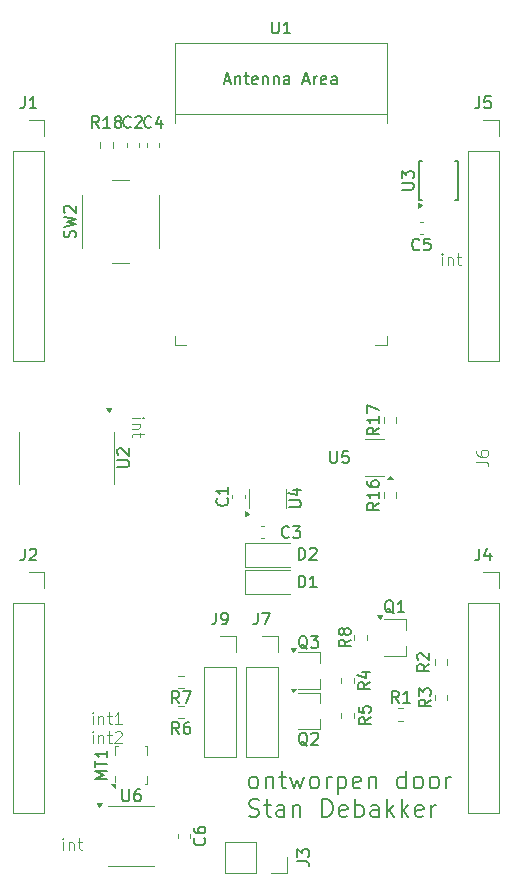
<source format=gbr>
%TF.GenerationSoftware,KiCad,Pcbnew,9.0.1*%
%TF.CreationDate,2025-05-06T09:52:02+02:00*%
%TF.ProjectId,ESP32 adon V3,45535033-3220-4616-946f-6e2056332e6b,rev?*%
%TF.SameCoordinates,Original*%
%TF.FileFunction,Legend,Top*%
%TF.FilePolarity,Positive*%
%FSLAX46Y46*%
G04 Gerber Fmt 4.6, Leading zero omitted, Abs format (unit mm)*
G04 Created by KiCad (PCBNEW 9.0.1) date 2025-05-06 09:52:02*
%MOMM*%
%LPD*%
G01*
G04 APERTURE LIST*
%ADD10C,0.100000*%
%ADD11C,0.187500*%
%ADD12C,0.150000*%
%ADD13C,0.120000*%
G04 APERTURE END LIST*
D10*
X54703884Y-91772419D02*
X54703884Y-91105752D01*
X54703884Y-90772419D02*
X54656265Y-90820038D01*
X54656265Y-90820038D02*
X54703884Y-90867657D01*
X54703884Y-90867657D02*
X54751503Y-90820038D01*
X54751503Y-90820038D02*
X54703884Y-90772419D01*
X54703884Y-90772419D02*
X54703884Y-90867657D01*
X55180074Y-91105752D02*
X55180074Y-91772419D01*
X55180074Y-91200990D02*
X55227693Y-91153371D01*
X55227693Y-91153371D02*
X55322931Y-91105752D01*
X55322931Y-91105752D02*
X55465788Y-91105752D01*
X55465788Y-91105752D02*
X55561026Y-91153371D01*
X55561026Y-91153371D02*
X55608645Y-91248609D01*
X55608645Y-91248609D02*
X55608645Y-91772419D01*
X55941979Y-91105752D02*
X56322931Y-91105752D01*
X56084836Y-90772419D02*
X56084836Y-91629561D01*
X56084836Y-91629561D02*
X56132455Y-91724800D01*
X56132455Y-91724800D02*
X56227693Y-91772419D01*
X56227693Y-91772419D02*
X56322931Y-91772419D01*
X57213884Y-81122475D02*
X57213884Y-80455808D01*
X57213884Y-80122475D02*
X57166265Y-80170094D01*
X57166265Y-80170094D02*
X57213884Y-80217713D01*
X57213884Y-80217713D02*
X57261503Y-80170094D01*
X57261503Y-80170094D02*
X57213884Y-80122475D01*
X57213884Y-80122475D02*
X57213884Y-80217713D01*
X57690074Y-80455808D02*
X57690074Y-81122475D01*
X57690074Y-80551046D02*
X57737693Y-80503427D01*
X57737693Y-80503427D02*
X57832931Y-80455808D01*
X57832931Y-80455808D02*
X57975788Y-80455808D01*
X57975788Y-80455808D02*
X58071026Y-80503427D01*
X58071026Y-80503427D02*
X58118645Y-80598665D01*
X58118645Y-80598665D02*
X58118645Y-81122475D01*
X58451979Y-80455808D02*
X58832931Y-80455808D01*
X58594836Y-80122475D02*
X58594836Y-80979617D01*
X58594836Y-80979617D02*
X58642455Y-81074856D01*
X58642455Y-81074856D02*
X58737693Y-81122475D01*
X58737693Y-81122475D02*
X58832931Y-81122475D01*
X59690074Y-81122475D02*
X59118646Y-81122475D01*
X59404360Y-81122475D02*
X59404360Y-80122475D01*
X59404360Y-80122475D02*
X59309122Y-80265332D01*
X59309122Y-80265332D02*
X59213884Y-80360570D01*
X59213884Y-80360570D02*
X59118646Y-80408189D01*
X57213884Y-82732419D02*
X57213884Y-82065752D01*
X57213884Y-81732419D02*
X57166265Y-81780038D01*
X57166265Y-81780038D02*
X57213884Y-81827657D01*
X57213884Y-81827657D02*
X57261503Y-81780038D01*
X57261503Y-81780038D02*
X57213884Y-81732419D01*
X57213884Y-81732419D02*
X57213884Y-81827657D01*
X57690074Y-82065752D02*
X57690074Y-82732419D01*
X57690074Y-82160990D02*
X57737693Y-82113371D01*
X57737693Y-82113371D02*
X57832931Y-82065752D01*
X57832931Y-82065752D02*
X57975788Y-82065752D01*
X57975788Y-82065752D02*
X58071026Y-82113371D01*
X58071026Y-82113371D02*
X58118645Y-82208609D01*
X58118645Y-82208609D02*
X58118645Y-82732419D01*
X58451979Y-82065752D02*
X58832931Y-82065752D01*
X58594836Y-81732419D02*
X58594836Y-82589561D01*
X58594836Y-82589561D02*
X58642455Y-82684800D01*
X58642455Y-82684800D02*
X58737693Y-82732419D01*
X58737693Y-82732419D02*
X58832931Y-82732419D01*
X59118646Y-81827657D02*
X59166265Y-81780038D01*
X59166265Y-81780038D02*
X59261503Y-81732419D01*
X59261503Y-81732419D02*
X59499598Y-81732419D01*
X59499598Y-81732419D02*
X59594836Y-81780038D01*
X59594836Y-81780038D02*
X59642455Y-81827657D01*
X59642455Y-81827657D02*
X59690074Y-81922895D01*
X59690074Y-81922895D02*
X59690074Y-82018133D01*
X59690074Y-82018133D02*
X59642455Y-82160990D01*
X59642455Y-82160990D02*
X59071027Y-82732419D01*
X59071027Y-82732419D02*
X59690074Y-82732419D01*
X86803884Y-42272419D02*
X86803884Y-41605752D01*
X86803884Y-41272419D02*
X86756265Y-41320038D01*
X86756265Y-41320038D02*
X86803884Y-41367657D01*
X86803884Y-41367657D02*
X86851503Y-41320038D01*
X86851503Y-41320038D02*
X86803884Y-41272419D01*
X86803884Y-41272419D02*
X86803884Y-41367657D01*
X87280074Y-41605752D02*
X87280074Y-42272419D01*
X87280074Y-41700990D02*
X87327693Y-41653371D01*
X87327693Y-41653371D02*
X87422931Y-41605752D01*
X87422931Y-41605752D02*
X87565788Y-41605752D01*
X87565788Y-41605752D02*
X87661026Y-41653371D01*
X87661026Y-41653371D02*
X87708645Y-41748609D01*
X87708645Y-41748609D02*
X87708645Y-42272419D01*
X88041979Y-41605752D02*
X88422931Y-41605752D01*
X88184836Y-41272419D02*
X88184836Y-42129561D01*
X88184836Y-42129561D02*
X88232455Y-42224800D01*
X88232455Y-42224800D02*
X88327693Y-42272419D01*
X88327693Y-42272419D02*
X88422931Y-42272419D01*
D11*
X70744783Y-86571762D02*
X70601926Y-86500334D01*
X70601926Y-86500334D02*
X70530497Y-86428905D01*
X70530497Y-86428905D02*
X70459069Y-86286048D01*
X70459069Y-86286048D02*
X70459069Y-85857476D01*
X70459069Y-85857476D02*
X70530497Y-85714619D01*
X70530497Y-85714619D02*
X70601926Y-85643191D01*
X70601926Y-85643191D02*
X70744783Y-85571762D01*
X70744783Y-85571762D02*
X70959069Y-85571762D01*
X70959069Y-85571762D02*
X71101926Y-85643191D01*
X71101926Y-85643191D02*
X71173355Y-85714619D01*
X71173355Y-85714619D02*
X71244783Y-85857476D01*
X71244783Y-85857476D02*
X71244783Y-86286048D01*
X71244783Y-86286048D02*
X71173355Y-86428905D01*
X71173355Y-86428905D02*
X71101926Y-86500334D01*
X71101926Y-86500334D02*
X70959069Y-86571762D01*
X70959069Y-86571762D02*
X70744783Y-86571762D01*
X71887640Y-85571762D02*
X71887640Y-86571762D01*
X71887640Y-85714619D02*
X71959069Y-85643191D01*
X71959069Y-85643191D02*
X72101926Y-85571762D01*
X72101926Y-85571762D02*
X72316212Y-85571762D01*
X72316212Y-85571762D02*
X72459069Y-85643191D01*
X72459069Y-85643191D02*
X72530498Y-85786048D01*
X72530498Y-85786048D02*
X72530498Y-86571762D01*
X73030498Y-85571762D02*
X73601926Y-85571762D01*
X73244783Y-85071762D02*
X73244783Y-86357476D01*
X73244783Y-86357476D02*
X73316212Y-86500334D01*
X73316212Y-86500334D02*
X73459069Y-86571762D01*
X73459069Y-86571762D02*
X73601926Y-86571762D01*
X73959069Y-85571762D02*
X74244784Y-86571762D01*
X74244784Y-86571762D02*
X74530498Y-85857476D01*
X74530498Y-85857476D02*
X74816212Y-86571762D01*
X74816212Y-86571762D02*
X75101926Y-85571762D01*
X75887641Y-86571762D02*
X75744784Y-86500334D01*
X75744784Y-86500334D02*
X75673355Y-86428905D01*
X75673355Y-86428905D02*
X75601927Y-86286048D01*
X75601927Y-86286048D02*
X75601927Y-85857476D01*
X75601927Y-85857476D02*
X75673355Y-85714619D01*
X75673355Y-85714619D02*
X75744784Y-85643191D01*
X75744784Y-85643191D02*
X75887641Y-85571762D01*
X75887641Y-85571762D02*
X76101927Y-85571762D01*
X76101927Y-85571762D02*
X76244784Y-85643191D01*
X76244784Y-85643191D02*
X76316213Y-85714619D01*
X76316213Y-85714619D02*
X76387641Y-85857476D01*
X76387641Y-85857476D02*
X76387641Y-86286048D01*
X76387641Y-86286048D02*
X76316213Y-86428905D01*
X76316213Y-86428905D02*
X76244784Y-86500334D01*
X76244784Y-86500334D02*
X76101927Y-86571762D01*
X76101927Y-86571762D02*
X75887641Y-86571762D01*
X77030498Y-86571762D02*
X77030498Y-85571762D01*
X77030498Y-85857476D02*
X77101927Y-85714619D01*
X77101927Y-85714619D02*
X77173356Y-85643191D01*
X77173356Y-85643191D02*
X77316213Y-85571762D01*
X77316213Y-85571762D02*
X77459070Y-85571762D01*
X77959069Y-85571762D02*
X77959069Y-87071762D01*
X77959069Y-85643191D02*
X78101927Y-85571762D01*
X78101927Y-85571762D02*
X78387641Y-85571762D01*
X78387641Y-85571762D02*
X78530498Y-85643191D01*
X78530498Y-85643191D02*
X78601927Y-85714619D01*
X78601927Y-85714619D02*
X78673355Y-85857476D01*
X78673355Y-85857476D02*
X78673355Y-86286048D01*
X78673355Y-86286048D02*
X78601927Y-86428905D01*
X78601927Y-86428905D02*
X78530498Y-86500334D01*
X78530498Y-86500334D02*
X78387641Y-86571762D01*
X78387641Y-86571762D02*
X78101927Y-86571762D01*
X78101927Y-86571762D02*
X77959069Y-86500334D01*
X79887641Y-86500334D02*
X79744784Y-86571762D01*
X79744784Y-86571762D02*
X79459070Y-86571762D01*
X79459070Y-86571762D02*
X79316212Y-86500334D01*
X79316212Y-86500334D02*
X79244784Y-86357476D01*
X79244784Y-86357476D02*
X79244784Y-85786048D01*
X79244784Y-85786048D02*
X79316212Y-85643191D01*
X79316212Y-85643191D02*
X79459070Y-85571762D01*
X79459070Y-85571762D02*
X79744784Y-85571762D01*
X79744784Y-85571762D02*
X79887641Y-85643191D01*
X79887641Y-85643191D02*
X79959070Y-85786048D01*
X79959070Y-85786048D02*
X79959070Y-85928905D01*
X79959070Y-85928905D02*
X79244784Y-86071762D01*
X80601926Y-85571762D02*
X80601926Y-86571762D01*
X80601926Y-85714619D02*
X80673355Y-85643191D01*
X80673355Y-85643191D02*
X80816212Y-85571762D01*
X80816212Y-85571762D02*
X81030498Y-85571762D01*
X81030498Y-85571762D02*
X81173355Y-85643191D01*
X81173355Y-85643191D02*
X81244784Y-85786048D01*
X81244784Y-85786048D02*
X81244784Y-86571762D01*
X83744784Y-86571762D02*
X83744784Y-85071762D01*
X83744784Y-86500334D02*
X83601926Y-86571762D01*
X83601926Y-86571762D02*
X83316212Y-86571762D01*
X83316212Y-86571762D02*
X83173355Y-86500334D01*
X83173355Y-86500334D02*
X83101926Y-86428905D01*
X83101926Y-86428905D02*
X83030498Y-86286048D01*
X83030498Y-86286048D02*
X83030498Y-85857476D01*
X83030498Y-85857476D02*
X83101926Y-85714619D01*
X83101926Y-85714619D02*
X83173355Y-85643191D01*
X83173355Y-85643191D02*
X83316212Y-85571762D01*
X83316212Y-85571762D02*
X83601926Y-85571762D01*
X83601926Y-85571762D02*
X83744784Y-85643191D01*
X84673355Y-86571762D02*
X84530498Y-86500334D01*
X84530498Y-86500334D02*
X84459069Y-86428905D01*
X84459069Y-86428905D02*
X84387641Y-86286048D01*
X84387641Y-86286048D02*
X84387641Y-85857476D01*
X84387641Y-85857476D02*
X84459069Y-85714619D01*
X84459069Y-85714619D02*
X84530498Y-85643191D01*
X84530498Y-85643191D02*
X84673355Y-85571762D01*
X84673355Y-85571762D02*
X84887641Y-85571762D01*
X84887641Y-85571762D02*
X85030498Y-85643191D01*
X85030498Y-85643191D02*
X85101927Y-85714619D01*
X85101927Y-85714619D02*
X85173355Y-85857476D01*
X85173355Y-85857476D02*
X85173355Y-86286048D01*
X85173355Y-86286048D02*
X85101927Y-86428905D01*
X85101927Y-86428905D02*
X85030498Y-86500334D01*
X85030498Y-86500334D02*
X84887641Y-86571762D01*
X84887641Y-86571762D02*
X84673355Y-86571762D01*
X86030498Y-86571762D02*
X85887641Y-86500334D01*
X85887641Y-86500334D02*
X85816212Y-86428905D01*
X85816212Y-86428905D02*
X85744784Y-86286048D01*
X85744784Y-86286048D02*
X85744784Y-85857476D01*
X85744784Y-85857476D02*
X85816212Y-85714619D01*
X85816212Y-85714619D02*
X85887641Y-85643191D01*
X85887641Y-85643191D02*
X86030498Y-85571762D01*
X86030498Y-85571762D02*
X86244784Y-85571762D01*
X86244784Y-85571762D02*
X86387641Y-85643191D01*
X86387641Y-85643191D02*
X86459070Y-85714619D01*
X86459070Y-85714619D02*
X86530498Y-85857476D01*
X86530498Y-85857476D02*
X86530498Y-86286048D01*
X86530498Y-86286048D02*
X86459070Y-86428905D01*
X86459070Y-86428905D02*
X86387641Y-86500334D01*
X86387641Y-86500334D02*
X86244784Y-86571762D01*
X86244784Y-86571762D02*
X86030498Y-86571762D01*
X87173355Y-86571762D02*
X87173355Y-85571762D01*
X87173355Y-85857476D02*
X87244784Y-85714619D01*
X87244784Y-85714619D02*
X87316213Y-85643191D01*
X87316213Y-85643191D02*
X87459070Y-85571762D01*
X87459070Y-85571762D02*
X87601927Y-85571762D01*
X70459069Y-88915250D02*
X70673355Y-88986678D01*
X70673355Y-88986678D02*
X71030497Y-88986678D01*
X71030497Y-88986678D02*
X71173355Y-88915250D01*
X71173355Y-88915250D02*
X71244783Y-88843821D01*
X71244783Y-88843821D02*
X71316212Y-88700964D01*
X71316212Y-88700964D02*
X71316212Y-88558107D01*
X71316212Y-88558107D02*
X71244783Y-88415250D01*
X71244783Y-88415250D02*
X71173355Y-88343821D01*
X71173355Y-88343821D02*
X71030497Y-88272392D01*
X71030497Y-88272392D02*
X70744783Y-88200964D01*
X70744783Y-88200964D02*
X70601926Y-88129535D01*
X70601926Y-88129535D02*
X70530497Y-88058107D01*
X70530497Y-88058107D02*
X70459069Y-87915250D01*
X70459069Y-87915250D02*
X70459069Y-87772392D01*
X70459069Y-87772392D02*
X70530497Y-87629535D01*
X70530497Y-87629535D02*
X70601926Y-87558107D01*
X70601926Y-87558107D02*
X70744783Y-87486678D01*
X70744783Y-87486678D02*
X71101926Y-87486678D01*
X71101926Y-87486678D02*
X71316212Y-87558107D01*
X71744783Y-87986678D02*
X72316211Y-87986678D01*
X71959068Y-87486678D02*
X71959068Y-88772392D01*
X71959068Y-88772392D02*
X72030497Y-88915250D01*
X72030497Y-88915250D02*
X72173354Y-88986678D01*
X72173354Y-88986678D02*
X72316211Y-88986678D01*
X73459069Y-88986678D02*
X73459069Y-88200964D01*
X73459069Y-88200964D02*
X73387640Y-88058107D01*
X73387640Y-88058107D02*
X73244783Y-87986678D01*
X73244783Y-87986678D02*
X72959069Y-87986678D01*
X72959069Y-87986678D02*
X72816211Y-88058107D01*
X73459069Y-88915250D02*
X73316211Y-88986678D01*
X73316211Y-88986678D02*
X72959069Y-88986678D01*
X72959069Y-88986678D02*
X72816211Y-88915250D01*
X72816211Y-88915250D02*
X72744783Y-88772392D01*
X72744783Y-88772392D02*
X72744783Y-88629535D01*
X72744783Y-88629535D02*
X72816211Y-88486678D01*
X72816211Y-88486678D02*
X72959069Y-88415250D01*
X72959069Y-88415250D02*
X73316211Y-88415250D01*
X73316211Y-88415250D02*
X73459069Y-88343821D01*
X74173354Y-87986678D02*
X74173354Y-88986678D01*
X74173354Y-88129535D02*
X74244783Y-88058107D01*
X74244783Y-88058107D02*
X74387640Y-87986678D01*
X74387640Y-87986678D02*
X74601926Y-87986678D01*
X74601926Y-87986678D02*
X74744783Y-88058107D01*
X74744783Y-88058107D02*
X74816212Y-88200964D01*
X74816212Y-88200964D02*
X74816212Y-88986678D01*
X76673354Y-88986678D02*
X76673354Y-87486678D01*
X76673354Y-87486678D02*
X77030497Y-87486678D01*
X77030497Y-87486678D02*
X77244783Y-87558107D01*
X77244783Y-87558107D02*
X77387640Y-87700964D01*
X77387640Y-87700964D02*
X77459069Y-87843821D01*
X77459069Y-87843821D02*
X77530497Y-88129535D01*
X77530497Y-88129535D02*
X77530497Y-88343821D01*
X77530497Y-88343821D02*
X77459069Y-88629535D01*
X77459069Y-88629535D02*
X77387640Y-88772392D01*
X77387640Y-88772392D02*
X77244783Y-88915250D01*
X77244783Y-88915250D02*
X77030497Y-88986678D01*
X77030497Y-88986678D02*
X76673354Y-88986678D01*
X78744783Y-88915250D02*
X78601926Y-88986678D01*
X78601926Y-88986678D02*
X78316212Y-88986678D01*
X78316212Y-88986678D02*
X78173354Y-88915250D01*
X78173354Y-88915250D02*
X78101926Y-88772392D01*
X78101926Y-88772392D02*
X78101926Y-88200964D01*
X78101926Y-88200964D02*
X78173354Y-88058107D01*
X78173354Y-88058107D02*
X78316212Y-87986678D01*
X78316212Y-87986678D02*
X78601926Y-87986678D01*
X78601926Y-87986678D02*
X78744783Y-88058107D01*
X78744783Y-88058107D02*
X78816212Y-88200964D01*
X78816212Y-88200964D02*
X78816212Y-88343821D01*
X78816212Y-88343821D02*
X78101926Y-88486678D01*
X79459068Y-88986678D02*
X79459068Y-87486678D01*
X79459068Y-88058107D02*
X79601926Y-87986678D01*
X79601926Y-87986678D02*
X79887640Y-87986678D01*
X79887640Y-87986678D02*
X80030497Y-88058107D01*
X80030497Y-88058107D02*
X80101926Y-88129535D01*
X80101926Y-88129535D02*
X80173354Y-88272392D01*
X80173354Y-88272392D02*
X80173354Y-88700964D01*
X80173354Y-88700964D02*
X80101926Y-88843821D01*
X80101926Y-88843821D02*
X80030497Y-88915250D01*
X80030497Y-88915250D02*
X79887640Y-88986678D01*
X79887640Y-88986678D02*
X79601926Y-88986678D01*
X79601926Y-88986678D02*
X79459068Y-88915250D01*
X81459069Y-88986678D02*
X81459069Y-88200964D01*
X81459069Y-88200964D02*
X81387640Y-88058107D01*
X81387640Y-88058107D02*
X81244783Y-87986678D01*
X81244783Y-87986678D02*
X80959069Y-87986678D01*
X80959069Y-87986678D02*
X80816211Y-88058107D01*
X81459069Y-88915250D02*
X81316211Y-88986678D01*
X81316211Y-88986678D02*
X80959069Y-88986678D01*
X80959069Y-88986678D02*
X80816211Y-88915250D01*
X80816211Y-88915250D02*
X80744783Y-88772392D01*
X80744783Y-88772392D02*
X80744783Y-88629535D01*
X80744783Y-88629535D02*
X80816211Y-88486678D01*
X80816211Y-88486678D02*
X80959069Y-88415250D01*
X80959069Y-88415250D02*
X81316211Y-88415250D01*
X81316211Y-88415250D02*
X81459069Y-88343821D01*
X82173354Y-88986678D02*
X82173354Y-87486678D01*
X82316212Y-88415250D02*
X82744783Y-88986678D01*
X82744783Y-87986678D02*
X82173354Y-88558107D01*
X83387640Y-88986678D02*
X83387640Y-87486678D01*
X83530498Y-88415250D02*
X83959069Y-88986678D01*
X83959069Y-87986678D02*
X83387640Y-88558107D01*
X85173355Y-88915250D02*
X85030498Y-88986678D01*
X85030498Y-88986678D02*
X84744784Y-88986678D01*
X84744784Y-88986678D02*
X84601926Y-88915250D01*
X84601926Y-88915250D02*
X84530498Y-88772392D01*
X84530498Y-88772392D02*
X84530498Y-88200964D01*
X84530498Y-88200964D02*
X84601926Y-88058107D01*
X84601926Y-88058107D02*
X84744784Y-87986678D01*
X84744784Y-87986678D02*
X85030498Y-87986678D01*
X85030498Y-87986678D02*
X85173355Y-88058107D01*
X85173355Y-88058107D02*
X85244784Y-88200964D01*
X85244784Y-88200964D02*
X85244784Y-88343821D01*
X85244784Y-88343821D02*
X84530498Y-88486678D01*
X85887640Y-88986678D02*
X85887640Y-87986678D01*
X85887640Y-88272392D02*
X85959069Y-88129535D01*
X85959069Y-88129535D02*
X86030498Y-88058107D01*
X86030498Y-88058107D02*
X86173355Y-87986678D01*
X86173355Y-87986678D02*
X86316212Y-87986678D01*
D10*
X60527580Y-55203884D02*
X61194247Y-55203884D01*
X61527580Y-55203884D02*
X61479961Y-55156265D01*
X61479961Y-55156265D02*
X61432342Y-55203884D01*
X61432342Y-55203884D02*
X61479961Y-55251503D01*
X61479961Y-55251503D02*
X61527580Y-55203884D01*
X61527580Y-55203884D02*
X61432342Y-55203884D01*
X61194247Y-55680074D02*
X60527580Y-55680074D01*
X61099009Y-55680074D02*
X61146628Y-55727693D01*
X61146628Y-55727693D02*
X61194247Y-55822931D01*
X61194247Y-55822931D02*
X61194247Y-55965788D01*
X61194247Y-55965788D02*
X61146628Y-56061026D01*
X61146628Y-56061026D02*
X61051390Y-56108645D01*
X61051390Y-56108645D02*
X60527580Y-56108645D01*
X61194247Y-56441979D02*
X61194247Y-56822931D01*
X61527580Y-56584836D02*
X60670438Y-56584836D01*
X60670438Y-56584836D02*
X60575200Y-56632455D01*
X60575200Y-56632455D02*
X60527580Y-56727693D01*
X60527580Y-56727693D02*
X60527580Y-56822931D01*
D12*
X57757142Y-30654819D02*
X57423809Y-30178628D01*
X57185714Y-30654819D02*
X57185714Y-29654819D01*
X57185714Y-29654819D02*
X57566666Y-29654819D01*
X57566666Y-29654819D02*
X57661904Y-29702438D01*
X57661904Y-29702438D02*
X57709523Y-29750057D01*
X57709523Y-29750057D02*
X57757142Y-29845295D01*
X57757142Y-29845295D02*
X57757142Y-29988152D01*
X57757142Y-29988152D02*
X57709523Y-30083390D01*
X57709523Y-30083390D02*
X57661904Y-30131009D01*
X57661904Y-30131009D02*
X57566666Y-30178628D01*
X57566666Y-30178628D02*
X57185714Y-30178628D01*
X58709523Y-30654819D02*
X58138095Y-30654819D01*
X58423809Y-30654819D02*
X58423809Y-29654819D01*
X58423809Y-29654819D02*
X58328571Y-29797676D01*
X58328571Y-29797676D02*
X58233333Y-29892914D01*
X58233333Y-29892914D02*
X58138095Y-29940533D01*
X59280952Y-30083390D02*
X59185714Y-30035771D01*
X59185714Y-30035771D02*
X59138095Y-29988152D01*
X59138095Y-29988152D02*
X59090476Y-29892914D01*
X59090476Y-29892914D02*
X59090476Y-29845295D01*
X59090476Y-29845295D02*
X59138095Y-29750057D01*
X59138095Y-29750057D02*
X59185714Y-29702438D01*
X59185714Y-29702438D02*
X59280952Y-29654819D01*
X59280952Y-29654819D02*
X59471428Y-29654819D01*
X59471428Y-29654819D02*
X59566666Y-29702438D01*
X59566666Y-29702438D02*
X59614285Y-29750057D01*
X59614285Y-29750057D02*
X59661904Y-29845295D01*
X59661904Y-29845295D02*
X59661904Y-29892914D01*
X59661904Y-29892914D02*
X59614285Y-29988152D01*
X59614285Y-29988152D02*
X59566666Y-30035771D01*
X59566666Y-30035771D02*
X59471428Y-30083390D01*
X59471428Y-30083390D02*
X59280952Y-30083390D01*
X59280952Y-30083390D02*
X59185714Y-30131009D01*
X59185714Y-30131009D02*
X59138095Y-30178628D01*
X59138095Y-30178628D02*
X59090476Y-30273866D01*
X59090476Y-30273866D02*
X59090476Y-30464342D01*
X59090476Y-30464342D02*
X59138095Y-30559580D01*
X59138095Y-30559580D02*
X59185714Y-30607200D01*
X59185714Y-30607200D02*
X59280952Y-30654819D01*
X59280952Y-30654819D02*
X59471428Y-30654819D01*
X59471428Y-30654819D02*
X59566666Y-30607200D01*
X59566666Y-30607200D02*
X59614285Y-30559580D01*
X59614285Y-30559580D02*
X59661904Y-30464342D01*
X59661904Y-30464342D02*
X59661904Y-30273866D01*
X59661904Y-30273866D02*
X59614285Y-30178628D01*
X59614285Y-30178628D02*
X59566666Y-30131009D01*
X59566666Y-30131009D02*
X59471428Y-30083390D01*
X51466666Y-27984819D02*
X51466666Y-28699104D01*
X51466666Y-28699104D02*
X51419047Y-28841961D01*
X51419047Y-28841961D02*
X51323809Y-28937200D01*
X51323809Y-28937200D02*
X51180952Y-28984819D01*
X51180952Y-28984819D02*
X51085714Y-28984819D01*
X52466666Y-28984819D02*
X51895238Y-28984819D01*
X52180952Y-28984819D02*
X52180952Y-27984819D01*
X52180952Y-27984819D02*
X52085714Y-28127676D01*
X52085714Y-28127676D02*
X51990476Y-28222914D01*
X51990476Y-28222914D02*
X51895238Y-28270533D01*
X79054819Y-73966666D02*
X78578628Y-74299999D01*
X79054819Y-74538094D02*
X78054819Y-74538094D01*
X78054819Y-74538094D02*
X78054819Y-74157142D01*
X78054819Y-74157142D02*
X78102438Y-74061904D01*
X78102438Y-74061904D02*
X78150057Y-74014285D01*
X78150057Y-74014285D02*
X78245295Y-73966666D01*
X78245295Y-73966666D02*
X78388152Y-73966666D01*
X78388152Y-73966666D02*
X78483390Y-74014285D01*
X78483390Y-74014285D02*
X78531009Y-74061904D01*
X78531009Y-74061904D02*
X78578628Y-74157142D01*
X78578628Y-74157142D02*
X78578628Y-74538094D01*
X78483390Y-73395237D02*
X78435771Y-73490475D01*
X78435771Y-73490475D02*
X78388152Y-73538094D01*
X78388152Y-73538094D02*
X78292914Y-73585713D01*
X78292914Y-73585713D02*
X78245295Y-73585713D01*
X78245295Y-73585713D02*
X78150057Y-73538094D01*
X78150057Y-73538094D02*
X78102438Y-73490475D01*
X78102438Y-73490475D02*
X78054819Y-73395237D01*
X78054819Y-73395237D02*
X78054819Y-73204761D01*
X78054819Y-73204761D02*
X78102438Y-73109523D01*
X78102438Y-73109523D02*
X78150057Y-73061904D01*
X78150057Y-73061904D02*
X78245295Y-73014285D01*
X78245295Y-73014285D02*
X78292914Y-73014285D01*
X78292914Y-73014285D02*
X78388152Y-73061904D01*
X78388152Y-73061904D02*
X78435771Y-73109523D01*
X78435771Y-73109523D02*
X78483390Y-73204761D01*
X78483390Y-73204761D02*
X78483390Y-73395237D01*
X78483390Y-73395237D02*
X78531009Y-73490475D01*
X78531009Y-73490475D02*
X78578628Y-73538094D01*
X78578628Y-73538094D02*
X78673866Y-73585713D01*
X78673866Y-73585713D02*
X78864342Y-73585713D01*
X78864342Y-73585713D02*
X78959580Y-73538094D01*
X78959580Y-73538094D02*
X79007200Y-73490475D01*
X79007200Y-73490475D02*
X79054819Y-73395237D01*
X79054819Y-73395237D02*
X79054819Y-73204761D01*
X79054819Y-73204761D02*
X79007200Y-73109523D01*
X79007200Y-73109523D02*
X78959580Y-73061904D01*
X78959580Y-73061904D02*
X78864342Y-73014285D01*
X78864342Y-73014285D02*
X78673866Y-73014285D01*
X78673866Y-73014285D02*
X78578628Y-73061904D01*
X78578628Y-73061904D02*
X78531009Y-73109523D01*
X78531009Y-73109523D02*
X78483390Y-73204761D01*
X77338095Y-58024819D02*
X77338095Y-58834342D01*
X77338095Y-58834342D02*
X77385714Y-58929580D01*
X77385714Y-58929580D02*
X77433333Y-58977200D01*
X77433333Y-58977200D02*
X77528571Y-59024819D01*
X77528571Y-59024819D02*
X77719047Y-59024819D01*
X77719047Y-59024819D02*
X77814285Y-58977200D01*
X77814285Y-58977200D02*
X77861904Y-58929580D01*
X77861904Y-58929580D02*
X77909523Y-58834342D01*
X77909523Y-58834342D02*
X77909523Y-58024819D01*
X78861904Y-58024819D02*
X78385714Y-58024819D01*
X78385714Y-58024819D02*
X78338095Y-58501009D01*
X78338095Y-58501009D02*
X78385714Y-58453390D01*
X78385714Y-58453390D02*
X78480952Y-58405771D01*
X78480952Y-58405771D02*
X78719047Y-58405771D01*
X78719047Y-58405771D02*
X78814285Y-58453390D01*
X78814285Y-58453390D02*
X78861904Y-58501009D01*
X78861904Y-58501009D02*
X78909523Y-58596247D01*
X78909523Y-58596247D02*
X78909523Y-58834342D01*
X78909523Y-58834342D02*
X78861904Y-58929580D01*
X78861904Y-58929580D02*
X78814285Y-58977200D01*
X78814285Y-58977200D02*
X78719047Y-59024819D01*
X78719047Y-59024819D02*
X78480952Y-59024819D01*
X78480952Y-59024819D02*
X78385714Y-58977200D01*
X78385714Y-58977200D02*
X78338095Y-58929580D01*
X74661905Y-69554819D02*
X74661905Y-68554819D01*
X74661905Y-68554819D02*
X74900000Y-68554819D01*
X74900000Y-68554819D02*
X75042857Y-68602438D01*
X75042857Y-68602438D02*
X75138095Y-68697676D01*
X75138095Y-68697676D02*
X75185714Y-68792914D01*
X75185714Y-68792914D02*
X75233333Y-68983390D01*
X75233333Y-68983390D02*
X75233333Y-69126247D01*
X75233333Y-69126247D02*
X75185714Y-69316723D01*
X75185714Y-69316723D02*
X75138095Y-69411961D01*
X75138095Y-69411961D02*
X75042857Y-69507200D01*
X75042857Y-69507200D02*
X74900000Y-69554819D01*
X74900000Y-69554819D02*
X74661905Y-69554819D01*
X76185714Y-69554819D02*
X75614286Y-69554819D01*
X75900000Y-69554819D02*
X75900000Y-68554819D01*
X75900000Y-68554819D02*
X75804762Y-68697676D01*
X75804762Y-68697676D02*
X75709524Y-68792914D01*
X75709524Y-68792914D02*
X75614286Y-68840533D01*
X74661905Y-67204819D02*
X74661905Y-66204819D01*
X74661905Y-66204819D02*
X74900000Y-66204819D01*
X74900000Y-66204819D02*
X75042857Y-66252438D01*
X75042857Y-66252438D02*
X75138095Y-66347676D01*
X75138095Y-66347676D02*
X75185714Y-66442914D01*
X75185714Y-66442914D02*
X75233333Y-66633390D01*
X75233333Y-66633390D02*
X75233333Y-66776247D01*
X75233333Y-66776247D02*
X75185714Y-66966723D01*
X75185714Y-66966723D02*
X75138095Y-67061961D01*
X75138095Y-67061961D02*
X75042857Y-67157200D01*
X75042857Y-67157200D02*
X74900000Y-67204819D01*
X74900000Y-67204819D02*
X74661905Y-67204819D01*
X75614286Y-66300057D02*
X75661905Y-66252438D01*
X75661905Y-66252438D02*
X75757143Y-66204819D01*
X75757143Y-66204819D02*
X75995238Y-66204819D01*
X75995238Y-66204819D02*
X76090476Y-66252438D01*
X76090476Y-66252438D02*
X76138095Y-66300057D01*
X76138095Y-66300057D02*
X76185714Y-66395295D01*
X76185714Y-66395295D02*
X76185714Y-66490533D01*
X76185714Y-66490533D02*
X76138095Y-66633390D01*
X76138095Y-66633390D02*
X75566667Y-67204819D01*
X75566667Y-67204819D02*
X76185714Y-67204819D01*
X81444819Y-62392857D02*
X80968628Y-62726190D01*
X81444819Y-62964285D02*
X80444819Y-62964285D01*
X80444819Y-62964285D02*
X80444819Y-62583333D01*
X80444819Y-62583333D02*
X80492438Y-62488095D01*
X80492438Y-62488095D02*
X80540057Y-62440476D01*
X80540057Y-62440476D02*
X80635295Y-62392857D01*
X80635295Y-62392857D02*
X80778152Y-62392857D01*
X80778152Y-62392857D02*
X80873390Y-62440476D01*
X80873390Y-62440476D02*
X80921009Y-62488095D01*
X80921009Y-62488095D02*
X80968628Y-62583333D01*
X80968628Y-62583333D02*
X80968628Y-62964285D01*
X81444819Y-61440476D02*
X81444819Y-62011904D01*
X81444819Y-61726190D02*
X80444819Y-61726190D01*
X80444819Y-61726190D02*
X80587676Y-61821428D01*
X80587676Y-61821428D02*
X80682914Y-61916666D01*
X80682914Y-61916666D02*
X80730533Y-62011904D01*
X80444819Y-60583333D02*
X80444819Y-60773809D01*
X80444819Y-60773809D02*
X80492438Y-60869047D01*
X80492438Y-60869047D02*
X80540057Y-60916666D01*
X80540057Y-60916666D02*
X80682914Y-61011904D01*
X80682914Y-61011904D02*
X80873390Y-61059523D01*
X80873390Y-61059523D02*
X81254342Y-61059523D01*
X81254342Y-61059523D02*
X81349580Y-61011904D01*
X81349580Y-61011904D02*
X81397200Y-60964285D01*
X81397200Y-60964285D02*
X81444819Y-60869047D01*
X81444819Y-60869047D02*
X81444819Y-60678571D01*
X81444819Y-60678571D02*
X81397200Y-60583333D01*
X81397200Y-60583333D02*
X81349580Y-60535714D01*
X81349580Y-60535714D02*
X81254342Y-60488095D01*
X81254342Y-60488095D02*
X81016247Y-60488095D01*
X81016247Y-60488095D02*
X80921009Y-60535714D01*
X80921009Y-60535714D02*
X80873390Y-60583333D01*
X80873390Y-60583333D02*
X80825771Y-60678571D01*
X80825771Y-60678571D02*
X80825771Y-60869047D01*
X80825771Y-60869047D02*
X80873390Y-60964285D01*
X80873390Y-60964285D02*
X80921009Y-61011904D01*
X80921009Y-61011904D02*
X81016247Y-61059523D01*
X83404819Y-35871904D02*
X84214342Y-35871904D01*
X84214342Y-35871904D02*
X84309580Y-35824285D01*
X84309580Y-35824285D02*
X84357200Y-35776666D01*
X84357200Y-35776666D02*
X84404819Y-35681428D01*
X84404819Y-35681428D02*
X84404819Y-35490952D01*
X84404819Y-35490952D02*
X84357200Y-35395714D01*
X84357200Y-35395714D02*
X84309580Y-35348095D01*
X84309580Y-35348095D02*
X84214342Y-35300476D01*
X84214342Y-35300476D02*
X83404819Y-35300476D01*
X83404819Y-34919523D02*
X83404819Y-34300476D01*
X83404819Y-34300476D02*
X83785771Y-34633809D01*
X83785771Y-34633809D02*
X83785771Y-34490952D01*
X83785771Y-34490952D02*
X83833390Y-34395714D01*
X83833390Y-34395714D02*
X83881009Y-34348095D01*
X83881009Y-34348095D02*
X83976247Y-34300476D01*
X83976247Y-34300476D02*
X84214342Y-34300476D01*
X84214342Y-34300476D02*
X84309580Y-34348095D01*
X84309580Y-34348095D02*
X84357200Y-34395714D01*
X84357200Y-34395714D02*
X84404819Y-34490952D01*
X84404819Y-34490952D02*
X84404819Y-34776666D01*
X84404819Y-34776666D02*
X84357200Y-34871904D01*
X84357200Y-34871904D02*
X84309580Y-34919523D01*
X58454819Y-85790475D02*
X57454819Y-85790475D01*
X57454819Y-85790475D02*
X58169104Y-85457142D01*
X58169104Y-85457142D02*
X57454819Y-85123809D01*
X57454819Y-85123809D02*
X58454819Y-85123809D01*
X57454819Y-84790475D02*
X57454819Y-84219047D01*
X58454819Y-84504761D02*
X57454819Y-84504761D01*
X58454819Y-83361904D02*
X58454819Y-83933332D01*
X58454819Y-83647618D02*
X57454819Y-83647618D01*
X57454819Y-83647618D02*
X57597676Y-83742856D01*
X57597676Y-83742856D02*
X57692914Y-83838094D01*
X57692914Y-83838094D02*
X57740533Y-83933332D01*
X71216666Y-71684819D02*
X71216666Y-72399104D01*
X71216666Y-72399104D02*
X71169047Y-72541961D01*
X71169047Y-72541961D02*
X71073809Y-72637200D01*
X71073809Y-72637200D02*
X70930952Y-72684819D01*
X70930952Y-72684819D02*
X70835714Y-72684819D01*
X71597619Y-71684819D02*
X72264285Y-71684819D01*
X72264285Y-71684819D02*
X71835714Y-72684819D01*
X85844819Y-79056666D02*
X85368628Y-79389999D01*
X85844819Y-79628094D02*
X84844819Y-79628094D01*
X84844819Y-79628094D02*
X84844819Y-79247142D01*
X84844819Y-79247142D02*
X84892438Y-79151904D01*
X84892438Y-79151904D02*
X84940057Y-79104285D01*
X84940057Y-79104285D02*
X85035295Y-79056666D01*
X85035295Y-79056666D02*
X85178152Y-79056666D01*
X85178152Y-79056666D02*
X85273390Y-79104285D01*
X85273390Y-79104285D02*
X85321009Y-79151904D01*
X85321009Y-79151904D02*
X85368628Y-79247142D01*
X85368628Y-79247142D02*
X85368628Y-79628094D01*
X84844819Y-78723332D02*
X84844819Y-78104285D01*
X84844819Y-78104285D02*
X85225771Y-78437618D01*
X85225771Y-78437618D02*
X85225771Y-78294761D01*
X85225771Y-78294761D02*
X85273390Y-78199523D01*
X85273390Y-78199523D02*
X85321009Y-78151904D01*
X85321009Y-78151904D02*
X85416247Y-78104285D01*
X85416247Y-78104285D02*
X85654342Y-78104285D01*
X85654342Y-78104285D02*
X85749580Y-78151904D01*
X85749580Y-78151904D02*
X85797200Y-78199523D01*
X85797200Y-78199523D02*
X85844819Y-78294761D01*
X85844819Y-78294761D02*
X85844819Y-78580475D01*
X85844819Y-78580475D02*
X85797200Y-78675713D01*
X85797200Y-78675713D02*
X85749580Y-78723332D01*
X55727200Y-39913332D02*
X55774819Y-39770475D01*
X55774819Y-39770475D02*
X55774819Y-39532380D01*
X55774819Y-39532380D02*
X55727200Y-39437142D01*
X55727200Y-39437142D02*
X55679580Y-39389523D01*
X55679580Y-39389523D02*
X55584342Y-39341904D01*
X55584342Y-39341904D02*
X55489104Y-39341904D01*
X55489104Y-39341904D02*
X55393866Y-39389523D01*
X55393866Y-39389523D02*
X55346247Y-39437142D01*
X55346247Y-39437142D02*
X55298628Y-39532380D01*
X55298628Y-39532380D02*
X55251009Y-39722856D01*
X55251009Y-39722856D02*
X55203390Y-39818094D01*
X55203390Y-39818094D02*
X55155771Y-39865713D01*
X55155771Y-39865713D02*
X55060533Y-39913332D01*
X55060533Y-39913332D02*
X54965295Y-39913332D01*
X54965295Y-39913332D02*
X54870057Y-39865713D01*
X54870057Y-39865713D02*
X54822438Y-39818094D01*
X54822438Y-39818094D02*
X54774819Y-39722856D01*
X54774819Y-39722856D02*
X54774819Y-39484761D01*
X54774819Y-39484761D02*
X54822438Y-39341904D01*
X54774819Y-39008570D02*
X55774819Y-38770475D01*
X55774819Y-38770475D02*
X55060533Y-38579999D01*
X55060533Y-38579999D02*
X55774819Y-38389523D01*
X55774819Y-38389523D02*
X54774819Y-38151428D01*
X54870057Y-37818094D02*
X54822438Y-37770475D01*
X54822438Y-37770475D02*
X54774819Y-37675237D01*
X54774819Y-37675237D02*
X54774819Y-37437142D01*
X54774819Y-37437142D02*
X54822438Y-37341904D01*
X54822438Y-37341904D02*
X54870057Y-37294285D01*
X54870057Y-37294285D02*
X54965295Y-37246666D01*
X54965295Y-37246666D02*
X55060533Y-37246666D01*
X55060533Y-37246666D02*
X55203390Y-37294285D01*
X55203390Y-37294285D02*
X55774819Y-37865713D01*
X55774819Y-37865713D02*
X55774819Y-37246666D01*
X60433333Y-30559580D02*
X60385714Y-30607200D01*
X60385714Y-30607200D02*
X60242857Y-30654819D01*
X60242857Y-30654819D02*
X60147619Y-30654819D01*
X60147619Y-30654819D02*
X60004762Y-30607200D01*
X60004762Y-30607200D02*
X59909524Y-30511961D01*
X59909524Y-30511961D02*
X59861905Y-30416723D01*
X59861905Y-30416723D02*
X59814286Y-30226247D01*
X59814286Y-30226247D02*
X59814286Y-30083390D01*
X59814286Y-30083390D02*
X59861905Y-29892914D01*
X59861905Y-29892914D02*
X59909524Y-29797676D01*
X59909524Y-29797676D02*
X60004762Y-29702438D01*
X60004762Y-29702438D02*
X60147619Y-29654819D01*
X60147619Y-29654819D02*
X60242857Y-29654819D01*
X60242857Y-29654819D02*
X60385714Y-29702438D01*
X60385714Y-29702438D02*
X60433333Y-29750057D01*
X60814286Y-29750057D02*
X60861905Y-29702438D01*
X60861905Y-29702438D02*
X60957143Y-29654819D01*
X60957143Y-29654819D02*
X61195238Y-29654819D01*
X61195238Y-29654819D02*
X61290476Y-29702438D01*
X61290476Y-29702438D02*
X61338095Y-29750057D01*
X61338095Y-29750057D02*
X61385714Y-29845295D01*
X61385714Y-29845295D02*
X61385714Y-29940533D01*
X61385714Y-29940533D02*
X61338095Y-30083390D01*
X61338095Y-30083390D02*
X60766667Y-30654819D01*
X60766667Y-30654819D02*
X61385714Y-30654819D01*
X74544819Y-92733333D02*
X75259104Y-92733333D01*
X75259104Y-92733333D02*
X75401961Y-92780952D01*
X75401961Y-92780952D02*
X75497200Y-92876190D01*
X75497200Y-92876190D02*
X75544819Y-93019047D01*
X75544819Y-93019047D02*
X75544819Y-93114285D01*
X74544819Y-92352380D02*
X74544819Y-91733333D01*
X74544819Y-91733333D02*
X74925771Y-92066666D01*
X74925771Y-92066666D02*
X74925771Y-91923809D01*
X74925771Y-91923809D02*
X74973390Y-91828571D01*
X74973390Y-91828571D02*
X75021009Y-91780952D01*
X75021009Y-91780952D02*
X75116247Y-91733333D01*
X75116247Y-91733333D02*
X75354342Y-91733333D01*
X75354342Y-91733333D02*
X75449580Y-91780952D01*
X75449580Y-91780952D02*
X75497200Y-91828571D01*
X75497200Y-91828571D02*
X75544819Y-91923809D01*
X75544819Y-91923809D02*
X75544819Y-92209523D01*
X75544819Y-92209523D02*
X75497200Y-92304761D01*
X75497200Y-92304761D02*
X75449580Y-92352380D01*
X80754819Y-80566666D02*
X80278628Y-80899999D01*
X80754819Y-81138094D02*
X79754819Y-81138094D01*
X79754819Y-81138094D02*
X79754819Y-80757142D01*
X79754819Y-80757142D02*
X79802438Y-80661904D01*
X79802438Y-80661904D02*
X79850057Y-80614285D01*
X79850057Y-80614285D02*
X79945295Y-80566666D01*
X79945295Y-80566666D02*
X80088152Y-80566666D01*
X80088152Y-80566666D02*
X80183390Y-80614285D01*
X80183390Y-80614285D02*
X80231009Y-80661904D01*
X80231009Y-80661904D02*
X80278628Y-80757142D01*
X80278628Y-80757142D02*
X80278628Y-81138094D01*
X79754819Y-79661904D02*
X79754819Y-80138094D01*
X79754819Y-80138094D02*
X80231009Y-80185713D01*
X80231009Y-80185713D02*
X80183390Y-80138094D01*
X80183390Y-80138094D02*
X80135771Y-80042856D01*
X80135771Y-80042856D02*
X80135771Y-79804761D01*
X80135771Y-79804761D02*
X80183390Y-79709523D01*
X80183390Y-79709523D02*
X80231009Y-79661904D01*
X80231009Y-79661904D02*
X80326247Y-79614285D01*
X80326247Y-79614285D02*
X80564342Y-79614285D01*
X80564342Y-79614285D02*
X80659580Y-79661904D01*
X80659580Y-79661904D02*
X80707200Y-79709523D01*
X80707200Y-79709523D02*
X80754819Y-79804761D01*
X80754819Y-79804761D02*
X80754819Y-80042856D01*
X80754819Y-80042856D02*
X80707200Y-80138094D01*
X80707200Y-80138094D02*
X80659580Y-80185713D01*
D10*
X89707419Y-58903333D02*
X90421704Y-58903333D01*
X90421704Y-58903333D02*
X90564561Y-58950952D01*
X90564561Y-58950952D02*
X90659800Y-59046190D01*
X90659800Y-59046190D02*
X90707419Y-59189047D01*
X90707419Y-59189047D02*
X90707419Y-59284285D01*
X89707419Y-57998571D02*
X89707419Y-58189047D01*
X89707419Y-58189047D02*
X89755038Y-58284285D01*
X89755038Y-58284285D02*
X89802657Y-58331904D01*
X89802657Y-58331904D02*
X89945514Y-58427142D01*
X89945514Y-58427142D02*
X90135990Y-58474761D01*
X90135990Y-58474761D02*
X90516942Y-58474761D01*
X90516942Y-58474761D02*
X90612180Y-58427142D01*
X90612180Y-58427142D02*
X90659800Y-58379523D01*
X90659800Y-58379523D02*
X90707419Y-58284285D01*
X90707419Y-58284285D02*
X90707419Y-58093809D01*
X90707419Y-58093809D02*
X90659800Y-57998571D01*
X90659800Y-57998571D02*
X90612180Y-57950952D01*
X90612180Y-57950952D02*
X90516942Y-57903333D01*
X90516942Y-57903333D02*
X90278847Y-57903333D01*
X90278847Y-57903333D02*
X90183609Y-57950952D01*
X90183609Y-57950952D02*
X90135990Y-57998571D01*
X90135990Y-57998571D02*
X90088371Y-58093809D01*
X90088371Y-58093809D02*
X90088371Y-58284285D01*
X90088371Y-58284285D02*
X90135990Y-58379523D01*
X90135990Y-58379523D02*
X90183609Y-58427142D01*
X90183609Y-58427142D02*
X90278847Y-58474761D01*
D12*
X85714819Y-76056666D02*
X85238628Y-76389999D01*
X85714819Y-76628094D02*
X84714819Y-76628094D01*
X84714819Y-76628094D02*
X84714819Y-76247142D01*
X84714819Y-76247142D02*
X84762438Y-76151904D01*
X84762438Y-76151904D02*
X84810057Y-76104285D01*
X84810057Y-76104285D02*
X84905295Y-76056666D01*
X84905295Y-76056666D02*
X85048152Y-76056666D01*
X85048152Y-76056666D02*
X85143390Y-76104285D01*
X85143390Y-76104285D02*
X85191009Y-76151904D01*
X85191009Y-76151904D02*
X85238628Y-76247142D01*
X85238628Y-76247142D02*
X85238628Y-76628094D01*
X84810057Y-75675713D02*
X84762438Y-75628094D01*
X84762438Y-75628094D02*
X84714819Y-75532856D01*
X84714819Y-75532856D02*
X84714819Y-75294761D01*
X84714819Y-75294761D02*
X84762438Y-75199523D01*
X84762438Y-75199523D02*
X84810057Y-75151904D01*
X84810057Y-75151904D02*
X84905295Y-75104285D01*
X84905295Y-75104285D02*
X85000533Y-75104285D01*
X85000533Y-75104285D02*
X85143390Y-75151904D01*
X85143390Y-75151904D02*
X85714819Y-75723332D01*
X85714819Y-75723332D02*
X85714819Y-75104285D01*
X73833333Y-65259580D02*
X73785714Y-65307200D01*
X73785714Y-65307200D02*
X73642857Y-65354819D01*
X73642857Y-65354819D02*
X73547619Y-65354819D01*
X73547619Y-65354819D02*
X73404762Y-65307200D01*
X73404762Y-65307200D02*
X73309524Y-65211961D01*
X73309524Y-65211961D02*
X73261905Y-65116723D01*
X73261905Y-65116723D02*
X73214286Y-64926247D01*
X73214286Y-64926247D02*
X73214286Y-64783390D01*
X73214286Y-64783390D02*
X73261905Y-64592914D01*
X73261905Y-64592914D02*
X73309524Y-64497676D01*
X73309524Y-64497676D02*
X73404762Y-64402438D01*
X73404762Y-64402438D02*
X73547619Y-64354819D01*
X73547619Y-64354819D02*
X73642857Y-64354819D01*
X73642857Y-64354819D02*
X73785714Y-64402438D01*
X73785714Y-64402438D02*
X73833333Y-64450057D01*
X74166667Y-64354819D02*
X74785714Y-64354819D01*
X74785714Y-64354819D02*
X74452381Y-64735771D01*
X74452381Y-64735771D02*
X74595238Y-64735771D01*
X74595238Y-64735771D02*
X74690476Y-64783390D01*
X74690476Y-64783390D02*
X74738095Y-64831009D01*
X74738095Y-64831009D02*
X74785714Y-64926247D01*
X74785714Y-64926247D02*
X74785714Y-65164342D01*
X74785714Y-65164342D02*
X74738095Y-65259580D01*
X74738095Y-65259580D02*
X74690476Y-65307200D01*
X74690476Y-65307200D02*
X74595238Y-65354819D01*
X74595238Y-65354819D02*
X74309524Y-65354819D01*
X74309524Y-65354819D02*
X74214286Y-65307200D01*
X74214286Y-65307200D02*
X74166667Y-65259580D01*
X83133333Y-79324819D02*
X82800000Y-78848628D01*
X82561905Y-79324819D02*
X82561905Y-78324819D01*
X82561905Y-78324819D02*
X82942857Y-78324819D01*
X82942857Y-78324819D02*
X83038095Y-78372438D01*
X83038095Y-78372438D02*
X83085714Y-78420057D01*
X83085714Y-78420057D02*
X83133333Y-78515295D01*
X83133333Y-78515295D02*
X83133333Y-78658152D01*
X83133333Y-78658152D02*
X83085714Y-78753390D01*
X83085714Y-78753390D02*
X83038095Y-78801009D01*
X83038095Y-78801009D02*
X82942857Y-78848628D01*
X82942857Y-78848628D02*
X82561905Y-78848628D01*
X84085714Y-79324819D02*
X83514286Y-79324819D01*
X83800000Y-79324819D02*
X83800000Y-78324819D01*
X83800000Y-78324819D02*
X83704762Y-78467676D01*
X83704762Y-78467676D02*
X83609524Y-78562914D01*
X83609524Y-78562914D02*
X83514286Y-78610533D01*
X75404761Y-74750057D02*
X75309523Y-74702438D01*
X75309523Y-74702438D02*
X75214285Y-74607200D01*
X75214285Y-74607200D02*
X75071428Y-74464342D01*
X75071428Y-74464342D02*
X74976190Y-74416723D01*
X74976190Y-74416723D02*
X74880952Y-74416723D01*
X74928571Y-74654819D02*
X74833333Y-74607200D01*
X74833333Y-74607200D02*
X74738095Y-74511961D01*
X74738095Y-74511961D02*
X74690476Y-74321485D01*
X74690476Y-74321485D02*
X74690476Y-73988152D01*
X74690476Y-73988152D02*
X74738095Y-73797676D01*
X74738095Y-73797676D02*
X74833333Y-73702438D01*
X74833333Y-73702438D02*
X74928571Y-73654819D01*
X74928571Y-73654819D02*
X75119047Y-73654819D01*
X75119047Y-73654819D02*
X75214285Y-73702438D01*
X75214285Y-73702438D02*
X75309523Y-73797676D01*
X75309523Y-73797676D02*
X75357142Y-73988152D01*
X75357142Y-73988152D02*
X75357142Y-74321485D01*
X75357142Y-74321485D02*
X75309523Y-74511961D01*
X75309523Y-74511961D02*
X75214285Y-74607200D01*
X75214285Y-74607200D02*
X75119047Y-74654819D01*
X75119047Y-74654819D02*
X74928571Y-74654819D01*
X75690476Y-73654819D02*
X76309523Y-73654819D01*
X76309523Y-73654819D02*
X75976190Y-74035771D01*
X75976190Y-74035771D02*
X76119047Y-74035771D01*
X76119047Y-74035771D02*
X76214285Y-74083390D01*
X76214285Y-74083390D02*
X76261904Y-74131009D01*
X76261904Y-74131009D02*
X76309523Y-74226247D01*
X76309523Y-74226247D02*
X76309523Y-74464342D01*
X76309523Y-74464342D02*
X76261904Y-74559580D01*
X76261904Y-74559580D02*
X76214285Y-74607200D01*
X76214285Y-74607200D02*
X76119047Y-74654819D01*
X76119047Y-74654819D02*
X75833333Y-74654819D01*
X75833333Y-74654819D02*
X75738095Y-74607200D01*
X75738095Y-74607200D02*
X75690476Y-74559580D01*
X73844819Y-62761904D02*
X74654342Y-62761904D01*
X74654342Y-62761904D02*
X74749580Y-62714285D01*
X74749580Y-62714285D02*
X74797200Y-62666666D01*
X74797200Y-62666666D02*
X74844819Y-62571428D01*
X74844819Y-62571428D02*
X74844819Y-62380952D01*
X74844819Y-62380952D02*
X74797200Y-62285714D01*
X74797200Y-62285714D02*
X74749580Y-62238095D01*
X74749580Y-62238095D02*
X74654342Y-62190476D01*
X74654342Y-62190476D02*
X73844819Y-62190476D01*
X74178152Y-61285714D02*
X74844819Y-61285714D01*
X73797200Y-61523809D02*
X74511485Y-61761904D01*
X74511485Y-61761904D02*
X74511485Y-61142857D01*
X82704761Y-71750057D02*
X82609523Y-71702438D01*
X82609523Y-71702438D02*
X82514285Y-71607200D01*
X82514285Y-71607200D02*
X82371428Y-71464342D01*
X82371428Y-71464342D02*
X82276190Y-71416723D01*
X82276190Y-71416723D02*
X82180952Y-71416723D01*
X82228571Y-71654819D02*
X82133333Y-71607200D01*
X82133333Y-71607200D02*
X82038095Y-71511961D01*
X82038095Y-71511961D02*
X81990476Y-71321485D01*
X81990476Y-71321485D02*
X81990476Y-70988152D01*
X81990476Y-70988152D02*
X82038095Y-70797676D01*
X82038095Y-70797676D02*
X82133333Y-70702438D01*
X82133333Y-70702438D02*
X82228571Y-70654819D01*
X82228571Y-70654819D02*
X82419047Y-70654819D01*
X82419047Y-70654819D02*
X82514285Y-70702438D01*
X82514285Y-70702438D02*
X82609523Y-70797676D01*
X82609523Y-70797676D02*
X82657142Y-70988152D01*
X82657142Y-70988152D02*
X82657142Y-71321485D01*
X82657142Y-71321485D02*
X82609523Y-71511961D01*
X82609523Y-71511961D02*
X82514285Y-71607200D01*
X82514285Y-71607200D02*
X82419047Y-71654819D01*
X82419047Y-71654819D02*
X82228571Y-71654819D01*
X83609523Y-71654819D02*
X83038095Y-71654819D01*
X83323809Y-71654819D02*
X83323809Y-70654819D01*
X83323809Y-70654819D02*
X83228571Y-70797676D01*
X83228571Y-70797676D02*
X83133333Y-70892914D01*
X83133333Y-70892914D02*
X83038095Y-70940533D01*
X51466666Y-66264819D02*
X51466666Y-66979104D01*
X51466666Y-66979104D02*
X51419047Y-67121961D01*
X51419047Y-67121961D02*
X51323809Y-67217200D01*
X51323809Y-67217200D02*
X51180952Y-67264819D01*
X51180952Y-67264819D02*
X51085714Y-67264819D01*
X51895238Y-66360057D02*
X51942857Y-66312438D01*
X51942857Y-66312438D02*
X52038095Y-66264819D01*
X52038095Y-66264819D02*
X52276190Y-66264819D01*
X52276190Y-66264819D02*
X52371428Y-66312438D01*
X52371428Y-66312438D02*
X52419047Y-66360057D01*
X52419047Y-66360057D02*
X52466666Y-66455295D01*
X52466666Y-66455295D02*
X52466666Y-66550533D01*
X52466666Y-66550533D02*
X52419047Y-66693390D01*
X52419047Y-66693390D02*
X51847619Y-67264819D01*
X51847619Y-67264819D02*
X52466666Y-67264819D01*
X64553333Y-81964819D02*
X64220000Y-81488628D01*
X63981905Y-81964819D02*
X63981905Y-80964819D01*
X63981905Y-80964819D02*
X64362857Y-80964819D01*
X64362857Y-80964819D02*
X64458095Y-81012438D01*
X64458095Y-81012438D02*
X64505714Y-81060057D01*
X64505714Y-81060057D02*
X64553333Y-81155295D01*
X64553333Y-81155295D02*
X64553333Y-81298152D01*
X64553333Y-81298152D02*
X64505714Y-81393390D01*
X64505714Y-81393390D02*
X64458095Y-81441009D01*
X64458095Y-81441009D02*
X64362857Y-81488628D01*
X64362857Y-81488628D02*
X63981905Y-81488628D01*
X65410476Y-80964819D02*
X65220000Y-80964819D01*
X65220000Y-80964819D02*
X65124762Y-81012438D01*
X65124762Y-81012438D02*
X65077143Y-81060057D01*
X65077143Y-81060057D02*
X64981905Y-81202914D01*
X64981905Y-81202914D02*
X64934286Y-81393390D01*
X64934286Y-81393390D02*
X64934286Y-81774342D01*
X64934286Y-81774342D02*
X64981905Y-81869580D01*
X64981905Y-81869580D02*
X65029524Y-81917200D01*
X65029524Y-81917200D02*
X65124762Y-81964819D01*
X65124762Y-81964819D02*
X65315238Y-81964819D01*
X65315238Y-81964819D02*
X65410476Y-81917200D01*
X65410476Y-81917200D02*
X65458095Y-81869580D01*
X65458095Y-81869580D02*
X65505714Y-81774342D01*
X65505714Y-81774342D02*
X65505714Y-81536247D01*
X65505714Y-81536247D02*
X65458095Y-81441009D01*
X65458095Y-81441009D02*
X65410476Y-81393390D01*
X65410476Y-81393390D02*
X65315238Y-81345771D01*
X65315238Y-81345771D02*
X65124762Y-81345771D01*
X65124762Y-81345771D02*
X65029524Y-81393390D01*
X65029524Y-81393390D02*
X64981905Y-81441009D01*
X64981905Y-81441009D02*
X64934286Y-81536247D01*
X89966666Y-66264819D02*
X89966666Y-66979104D01*
X89966666Y-66979104D02*
X89919047Y-67121961D01*
X89919047Y-67121961D02*
X89823809Y-67217200D01*
X89823809Y-67217200D02*
X89680952Y-67264819D01*
X89680952Y-67264819D02*
X89585714Y-67264819D01*
X90871428Y-66598152D02*
X90871428Y-67264819D01*
X90633333Y-66217200D02*
X90395238Y-66931485D01*
X90395238Y-66931485D02*
X91014285Y-66931485D01*
X84883333Y-40919580D02*
X84835714Y-40967200D01*
X84835714Y-40967200D02*
X84692857Y-41014819D01*
X84692857Y-41014819D02*
X84597619Y-41014819D01*
X84597619Y-41014819D02*
X84454762Y-40967200D01*
X84454762Y-40967200D02*
X84359524Y-40871961D01*
X84359524Y-40871961D02*
X84311905Y-40776723D01*
X84311905Y-40776723D02*
X84264286Y-40586247D01*
X84264286Y-40586247D02*
X84264286Y-40443390D01*
X84264286Y-40443390D02*
X84311905Y-40252914D01*
X84311905Y-40252914D02*
X84359524Y-40157676D01*
X84359524Y-40157676D02*
X84454762Y-40062438D01*
X84454762Y-40062438D02*
X84597619Y-40014819D01*
X84597619Y-40014819D02*
X84692857Y-40014819D01*
X84692857Y-40014819D02*
X84835714Y-40062438D01*
X84835714Y-40062438D02*
X84883333Y-40110057D01*
X85788095Y-40014819D02*
X85311905Y-40014819D01*
X85311905Y-40014819D02*
X85264286Y-40491009D01*
X85264286Y-40491009D02*
X85311905Y-40443390D01*
X85311905Y-40443390D02*
X85407143Y-40395771D01*
X85407143Y-40395771D02*
X85645238Y-40395771D01*
X85645238Y-40395771D02*
X85740476Y-40443390D01*
X85740476Y-40443390D02*
X85788095Y-40491009D01*
X85788095Y-40491009D02*
X85835714Y-40586247D01*
X85835714Y-40586247D02*
X85835714Y-40824342D01*
X85835714Y-40824342D02*
X85788095Y-40919580D01*
X85788095Y-40919580D02*
X85740476Y-40967200D01*
X85740476Y-40967200D02*
X85645238Y-41014819D01*
X85645238Y-41014819D02*
X85407143Y-41014819D01*
X85407143Y-41014819D02*
X85311905Y-40967200D01*
X85311905Y-40967200D02*
X85264286Y-40919580D01*
X59738095Y-86654819D02*
X59738095Y-87464342D01*
X59738095Y-87464342D02*
X59785714Y-87559580D01*
X59785714Y-87559580D02*
X59833333Y-87607200D01*
X59833333Y-87607200D02*
X59928571Y-87654819D01*
X59928571Y-87654819D02*
X60119047Y-87654819D01*
X60119047Y-87654819D02*
X60214285Y-87607200D01*
X60214285Y-87607200D02*
X60261904Y-87559580D01*
X60261904Y-87559580D02*
X60309523Y-87464342D01*
X60309523Y-87464342D02*
X60309523Y-86654819D01*
X61214285Y-86654819D02*
X61023809Y-86654819D01*
X61023809Y-86654819D02*
X60928571Y-86702438D01*
X60928571Y-86702438D02*
X60880952Y-86750057D01*
X60880952Y-86750057D02*
X60785714Y-86892914D01*
X60785714Y-86892914D02*
X60738095Y-87083390D01*
X60738095Y-87083390D02*
X60738095Y-87464342D01*
X60738095Y-87464342D02*
X60785714Y-87559580D01*
X60785714Y-87559580D02*
X60833333Y-87607200D01*
X60833333Y-87607200D02*
X60928571Y-87654819D01*
X60928571Y-87654819D02*
X61119047Y-87654819D01*
X61119047Y-87654819D02*
X61214285Y-87607200D01*
X61214285Y-87607200D02*
X61261904Y-87559580D01*
X61261904Y-87559580D02*
X61309523Y-87464342D01*
X61309523Y-87464342D02*
X61309523Y-87226247D01*
X61309523Y-87226247D02*
X61261904Y-87131009D01*
X61261904Y-87131009D02*
X61214285Y-87083390D01*
X61214285Y-87083390D02*
X61119047Y-87035771D01*
X61119047Y-87035771D02*
X60928571Y-87035771D01*
X60928571Y-87035771D02*
X60833333Y-87083390D01*
X60833333Y-87083390D02*
X60785714Y-87131009D01*
X60785714Y-87131009D02*
X60738095Y-87226247D01*
X75404761Y-82950057D02*
X75309523Y-82902438D01*
X75309523Y-82902438D02*
X75214285Y-82807200D01*
X75214285Y-82807200D02*
X75071428Y-82664342D01*
X75071428Y-82664342D02*
X74976190Y-82616723D01*
X74976190Y-82616723D02*
X74880952Y-82616723D01*
X74928571Y-82854819D02*
X74833333Y-82807200D01*
X74833333Y-82807200D02*
X74738095Y-82711961D01*
X74738095Y-82711961D02*
X74690476Y-82521485D01*
X74690476Y-82521485D02*
X74690476Y-82188152D01*
X74690476Y-82188152D02*
X74738095Y-81997676D01*
X74738095Y-81997676D02*
X74833333Y-81902438D01*
X74833333Y-81902438D02*
X74928571Y-81854819D01*
X74928571Y-81854819D02*
X75119047Y-81854819D01*
X75119047Y-81854819D02*
X75214285Y-81902438D01*
X75214285Y-81902438D02*
X75309523Y-81997676D01*
X75309523Y-81997676D02*
X75357142Y-82188152D01*
X75357142Y-82188152D02*
X75357142Y-82521485D01*
X75357142Y-82521485D02*
X75309523Y-82711961D01*
X75309523Y-82711961D02*
X75214285Y-82807200D01*
X75214285Y-82807200D02*
X75119047Y-82854819D01*
X75119047Y-82854819D02*
X74928571Y-82854819D01*
X75738095Y-81950057D02*
X75785714Y-81902438D01*
X75785714Y-81902438D02*
X75880952Y-81854819D01*
X75880952Y-81854819D02*
X76119047Y-81854819D01*
X76119047Y-81854819D02*
X76214285Y-81902438D01*
X76214285Y-81902438D02*
X76261904Y-81950057D01*
X76261904Y-81950057D02*
X76309523Y-82045295D01*
X76309523Y-82045295D02*
X76309523Y-82140533D01*
X76309523Y-82140533D02*
X76261904Y-82283390D01*
X76261904Y-82283390D02*
X75690476Y-82854819D01*
X75690476Y-82854819D02*
X76309523Y-82854819D01*
X67666666Y-71684819D02*
X67666666Y-72399104D01*
X67666666Y-72399104D02*
X67619047Y-72541961D01*
X67619047Y-72541961D02*
X67523809Y-72637200D01*
X67523809Y-72637200D02*
X67380952Y-72684819D01*
X67380952Y-72684819D02*
X67285714Y-72684819D01*
X68190476Y-72684819D02*
X68380952Y-72684819D01*
X68380952Y-72684819D02*
X68476190Y-72637200D01*
X68476190Y-72637200D02*
X68523809Y-72589580D01*
X68523809Y-72589580D02*
X68619047Y-72446723D01*
X68619047Y-72446723D02*
X68666666Y-72256247D01*
X68666666Y-72256247D02*
X68666666Y-71875295D01*
X68666666Y-71875295D02*
X68619047Y-71780057D01*
X68619047Y-71780057D02*
X68571428Y-71732438D01*
X68571428Y-71732438D02*
X68476190Y-71684819D01*
X68476190Y-71684819D02*
X68285714Y-71684819D01*
X68285714Y-71684819D02*
X68190476Y-71732438D01*
X68190476Y-71732438D02*
X68142857Y-71780057D01*
X68142857Y-71780057D02*
X68095238Y-71875295D01*
X68095238Y-71875295D02*
X68095238Y-72113390D01*
X68095238Y-72113390D02*
X68142857Y-72208628D01*
X68142857Y-72208628D02*
X68190476Y-72256247D01*
X68190476Y-72256247D02*
X68285714Y-72303866D01*
X68285714Y-72303866D02*
X68476190Y-72303866D01*
X68476190Y-72303866D02*
X68571428Y-72256247D01*
X68571428Y-72256247D02*
X68619047Y-72208628D01*
X68619047Y-72208628D02*
X68666666Y-72113390D01*
X89966666Y-27984819D02*
X89966666Y-28699104D01*
X89966666Y-28699104D02*
X89919047Y-28841961D01*
X89919047Y-28841961D02*
X89823809Y-28937200D01*
X89823809Y-28937200D02*
X89680952Y-28984819D01*
X89680952Y-28984819D02*
X89585714Y-28984819D01*
X90919047Y-27984819D02*
X90442857Y-27984819D01*
X90442857Y-27984819D02*
X90395238Y-28461009D01*
X90395238Y-28461009D02*
X90442857Y-28413390D01*
X90442857Y-28413390D02*
X90538095Y-28365771D01*
X90538095Y-28365771D02*
X90776190Y-28365771D01*
X90776190Y-28365771D02*
X90871428Y-28413390D01*
X90871428Y-28413390D02*
X90919047Y-28461009D01*
X90919047Y-28461009D02*
X90966666Y-28556247D01*
X90966666Y-28556247D02*
X90966666Y-28794342D01*
X90966666Y-28794342D02*
X90919047Y-28889580D01*
X90919047Y-28889580D02*
X90871428Y-28937200D01*
X90871428Y-28937200D02*
X90776190Y-28984819D01*
X90776190Y-28984819D02*
X90538095Y-28984819D01*
X90538095Y-28984819D02*
X90442857Y-28937200D01*
X90442857Y-28937200D02*
X90395238Y-28889580D01*
X64543333Y-79354819D02*
X64210000Y-78878628D01*
X63971905Y-79354819D02*
X63971905Y-78354819D01*
X63971905Y-78354819D02*
X64352857Y-78354819D01*
X64352857Y-78354819D02*
X64448095Y-78402438D01*
X64448095Y-78402438D02*
X64495714Y-78450057D01*
X64495714Y-78450057D02*
X64543333Y-78545295D01*
X64543333Y-78545295D02*
X64543333Y-78688152D01*
X64543333Y-78688152D02*
X64495714Y-78783390D01*
X64495714Y-78783390D02*
X64448095Y-78831009D01*
X64448095Y-78831009D02*
X64352857Y-78878628D01*
X64352857Y-78878628D02*
X63971905Y-78878628D01*
X64876667Y-78354819D02*
X65543333Y-78354819D01*
X65543333Y-78354819D02*
X65114762Y-79354819D01*
X81444819Y-56032857D02*
X80968628Y-56366190D01*
X81444819Y-56604285D02*
X80444819Y-56604285D01*
X80444819Y-56604285D02*
X80444819Y-56223333D01*
X80444819Y-56223333D02*
X80492438Y-56128095D01*
X80492438Y-56128095D02*
X80540057Y-56080476D01*
X80540057Y-56080476D02*
X80635295Y-56032857D01*
X80635295Y-56032857D02*
X80778152Y-56032857D01*
X80778152Y-56032857D02*
X80873390Y-56080476D01*
X80873390Y-56080476D02*
X80921009Y-56128095D01*
X80921009Y-56128095D02*
X80968628Y-56223333D01*
X80968628Y-56223333D02*
X80968628Y-56604285D01*
X81444819Y-55080476D02*
X81444819Y-55651904D01*
X81444819Y-55366190D02*
X80444819Y-55366190D01*
X80444819Y-55366190D02*
X80587676Y-55461428D01*
X80587676Y-55461428D02*
X80682914Y-55556666D01*
X80682914Y-55556666D02*
X80730533Y-55651904D01*
X80444819Y-54747142D02*
X80444819Y-54080476D01*
X80444819Y-54080476D02*
X81444819Y-54509047D01*
X59304819Y-59341904D02*
X60114342Y-59341904D01*
X60114342Y-59341904D02*
X60209580Y-59294285D01*
X60209580Y-59294285D02*
X60257200Y-59246666D01*
X60257200Y-59246666D02*
X60304819Y-59151428D01*
X60304819Y-59151428D02*
X60304819Y-58960952D01*
X60304819Y-58960952D02*
X60257200Y-58865714D01*
X60257200Y-58865714D02*
X60209580Y-58818095D01*
X60209580Y-58818095D02*
X60114342Y-58770476D01*
X60114342Y-58770476D02*
X59304819Y-58770476D01*
X59400057Y-58341904D02*
X59352438Y-58294285D01*
X59352438Y-58294285D02*
X59304819Y-58199047D01*
X59304819Y-58199047D02*
X59304819Y-57960952D01*
X59304819Y-57960952D02*
X59352438Y-57865714D01*
X59352438Y-57865714D02*
X59400057Y-57818095D01*
X59400057Y-57818095D02*
X59495295Y-57770476D01*
X59495295Y-57770476D02*
X59590533Y-57770476D01*
X59590533Y-57770476D02*
X59733390Y-57818095D01*
X59733390Y-57818095D02*
X60304819Y-58389523D01*
X60304819Y-58389523D02*
X60304819Y-57770476D01*
X66679580Y-90766666D02*
X66727200Y-90814285D01*
X66727200Y-90814285D02*
X66774819Y-90957142D01*
X66774819Y-90957142D02*
X66774819Y-91052380D01*
X66774819Y-91052380D02*
X66727200Y-91195237D01*
X66727200Y-91195237D02*
X66631961Y-91290475D01*
X66631961Y-91290475D02*
X66536723Y-91338094D01*
X66536723Y-91338094D02*
X66346247Y-91385713D01*
X66346247Y-91385713D02*
X66203390Y-91385713D01*
X66203390Y-91385713D02*
X66012914Y-91338094D01*
X66012914Y-91338094D02*
X65917676Y-91290475D01*
X65917676Y-91290475D02*
X65822438Y-91195237D01*
X65822438Y-91195237D02*
X65774819Y-91052380D01*
X65774819Y-91052380D02*
X65774819Y-90957142D01*
X65774819Y-90957142D02*
X65822438Y-90814285D01*
X65822438Y-90814285D02*
X65870057Y-90766666D01*
X65774819Y-89909523D02*
X65774819Y-90099999D01*
X65774819Y-90099999D02*
X65822438Y-90195237D01*
X65822438Y-90195237D02*
X65870057Y-90242856D01*
X65870057Y-90242856D02*
X66012914Y-90338094D01*
X66012914Y-90338094D02*
X66203390Y-90385713D01*
X66203390Y-90385713D02*
X66584342Y-90385713D01*
X66584342Y-90385713D02*
X66679580Y-90338094D01*
X66679580Y-90338094D02*
X66727200Y-90290475D01*
X66727200Y-90290475D02*
X66774819Y-90195237D01*
X66774819Y-90195237D02*
X66774819Y-90004761D01*
X66774819Y-90004761D02*
X66727200Y-89909523D01*
X66727200Y-89909523D02*
X66679580Y-89861904D01*
X66679580Y-89861904D02*
X66584342Y-89814285D01*
X66584342Y-89814285D02*
X66346247Y-89814285D01*
X66346247Y-89814285D02*
X66251009Y-89861904D01*
X66251009Y-89861904D02*
X66203390Y-89909523D01*
X66203390Y-89909523D02*
X66155771Y-90004761D01*
X66155771Y-90004761D02*
X66155771Y-90195237D01*
X66155771Y-90195237D02*
X66203390Y-90290475D01*
X66203390Y-90290475D02*
X66251009Y-90338094D01*
X66251009Y-90338094D02*
X66346247Y-90385713D01*
X62183333Y-30559580D02*
X62135714Y-30607200D01*
X62135714Y-30607200D02*
X61992857Y-30654819D01*
X61992857Y-30654819D02*
X61897619Y-30654819D01*
X61897619Y-30654819D02*
X61754762Y-30607200D01*
X61754762Y-30607200D02*
X61659524Y-30511961D01*
X61659524Y-30511961D02*
X61611905Y-30416723D01*
X61611905Y-30416723D02*
X61564286Y-30226247D01*
X61564286Y-30226247D02*
X61564286Y-30083390D01*
X61564286Y-30083390D02*
X61611905Y-29892914D01*
X61611905Y-29892914D02*
X61659524Y-29797676D01*
X61659524Y-29797676D02*
X61754762Y-29702438D01*
X61754762Y-29702438D02*
X61897619Y-29654819D01*
X61897619Y-29654819D02*
X61992857Y-29654819D01*
X61992857Y-29654819D02*
X62135714Y-29702438D01*
X62135714Y-29702438D02*
X62183333Y-29750057D01*
X63040476Y-29988152D02*
X63040476Y-30654819D01*
X62802381Y-29607200D02*
X62564286Y-30321485D01*
X62564286Y-30321485D02*
X63183333Y-30321485D01*
X68609580Y-62016666D02*
X68657200Y-62064285D01*
X68657200Y-62064285D02*
X68704819Y-62207142D01*
X68704819Y-62207142D02*
X68704819Y-62302380D01*
X68704819Y-62302380D02*
X68657200Y-62445237D01*
X68657200Y-62445237D02*
X68561961Y-62540475D01*
X68561961Y-62540475D02*
X68466723Y-62588094D01*
X68466723Y-62588094D02*
X68276247Y-62635713D01*
X68276247Y-62635713D02*
X68133390Y-62635713D01*
X68133390Y-62635713D02*
X67942914Y-62588094D01*
X67942914Y-62588094D02*
X67847676Y-62540475D01*
X67847676Y-62540475D02*
X67752438Y-62445237D01*
X67752438Y-62445237D02*
X67704819Y-62302380D01*
X67704819Y-62302380D02*
X67704819Y-62207142D01*
X67704819Y-62207142D02*
X67752438Y-62064285D01*
X67752438Y-62064285D02*
X67800057Y-62016666D01*
X68704819Y-61064285D02*
X68704819Y-61635713D01*
X68704819Y-61349999D02*
X67704819Y-61349999D01*
X67704819Y-61349999D02*
X67847676Y-61445237D01*
X67847676Y-61445237D02*
X67942914Y-61540475D01*
X67942914Y-61540475D02*
X67990533Y-61635713D01*
X80684819Y-77591666D02*
X80208628Y-77924999D01*
X80684819Y-78163094D02*
X79684819Y-78163094D01*
X79684819Y-78163094D02*
X79684819Y-77782142D01*
X79684819Y-77782142D02*
X79732438Y-77686904D01*
X79732438Y-77686904D02*
X79780057Y-77639285D01*
X79780057Y-77639285D02*
X79875295Y-77591666D01*
X79875295Y-77591666D02*
X80018152Y-77591666D01*
X80018152Y-77591666D02*
X80113390Y-77639285D01*
X80113390Y-77639285D02*
X80161009Y-77686904D01*
X80161009Y-77686904D02*
X80208628Y-77782142D01*
X80208628Y-77782142D02*
X80208628Y-78163094D01*
X80018152Y-76734523D02*
X80684819Y-76734523D01*
X79637200Y-76972618D02*
X80351485Y-77210713D01*
X80351485Y-77210713D02*
X80351485Y-76591666D01*
X72398095Y-21654819D02*
X72398095Y-22464342D01*
X72398095Y-22464342D02*
X72445714Y-22559580D01*
X72445714Y-22559580D02*
X72493333Y-22607200D01*
X72493333Y-22607200D02*
X72588571Y-22654819D01*
X72588571Y-22654819D02*
X72779047Y-22654819D01*
X72779047Y-22654819D02*
X72874285Y-22607200D01*
X72874285Y-22607200D02*
X72921904Y-22559580D01*
X72921904Y-22559580D02*
X72969523Y-22464342D01*
X72969523Y-22464342D02*
X72969523Y-21654819D01*
X73969523Y-22654819D02*
X73398095Y-22654819D01*
X73683809Y-22654819D02*
X73683809Y-21654819D01*
X73683809Y-21654819D02*
X73588571Y-21797676D01*
X73588571Y-21797676D02*
X73493333Y-21892914D01*
X73493333Y-21892914D02*
X73398095Y-21940533D01*
X68398094Y-26669104D02*
X68874284Y-26669104D01*
X68302856Y-26954819D02*
X68636189Y-25954819D01*
X68636189Y-25954819D02*
X68969522Y-26954819D01*
X69302856Y-26288152D02*
X69302856Y-26954819D01*
X69302856Y-26383390D02*
X69350475Y-26335771D01*
X69350475Y-26335771D02*
X69445713Y-26288152D01*
X69445713Y-26288152D02*
X69588570Y-26288152D01*
X69588570Y-26288152D02*
X69683808Y-26335771D01*
X69683808Y-26335771D02*
X69731427Y-26431009D01*
X69731427Y-26431009D02*
X69731427Y-26954819D01*
X70064761Y-26288152D02*
X70445713Y-26288152D01*
X70207618Y-25954819D02*
X70207618Y-26811961D01*
X70207618Y-26811961D02*
X70255237Y-26907200D01*
X70255237Y-26907200D02*
X70350475Y-26954819D01*
X70350475Y-26954819D02*
X70445713Y-26954819D01*
X71159999Y-26907200D02*
X71064761Y-26954819D01*
X71064761Y-26954819D02*
X70874285Y-26954819D01*
X70874285Y-26954819D02*
X70779047Y-26907200D01*
X70779047Y-26907200D02*
X70731428Y-26811961D01*
X70731428Y-26811961D02*
X70731428Y-26431009D01*
X70731428Y-26431009D02*
X70779047Y-26335771D01*
X70779047Y-26335771D02*
X70874285Y-26288152D01*
X70874285Y-26288152D02*
X71064761Y-26288152D01*
X71064761Y-26288152D02*
X71159999Y-26335771D01*
X71159999Y-26335771D02*
X71207618Y-26431009D01*
X71207618Y-26431009D02*
X71207618Y-26526247D01*
X71207618Y-26526247D02*
X70731428Y-26621485D01*
X71636190Y-26288152D02*
X71636190Y-26954819D01*
X71636190Y-26383390D02*
X71683809Y-26335771D01*
X71683809Y-26335771D02*
X71779047Y-26288152D01*
X71779047Y-26288152D02*
X71921904Y-26288152D01*
X71921904Y-26288152D02*
X72017142Y-26335771D01*
X72017142Y-26335771D02*
X72064761Y-26431009D01*
X72064761Y-26431009D02*
X72064761Y-26954819D01*
X72540952Y-26288152D02*
X72540952Y-26954819D01*
X72540952Y-26383390D02*
X72588571Y-26335771D01*
X72588571Y-26335771D02*
X72683809Y-26288152D01*
X72683809Y-26288152D02*
X72826666Y-26288152D01*
X72826666Y-26288152D02*
X72921904Y-26335771D01*
X72921904Y-26335771D02*
X72969523Y-26431009D01*
X72969523Y-26431009D02*
X72969523Y-26954819D01*
X73874285Y-26954819D02*
X73874285Y-26431009D01*
X73874285Y-26431009D02*
X73826666Y-26335771D01*
X73826666Y-26335771D02*
X73731428Y-26288152D01*
X73731428Y-26288152D02*
X73540952Y-26288152D01*
X73540952Y-26288152D02*
X73445714Y-26335771D01*
X73874285Y-26907200D02*
X73779047Y-26954819D01*
X73779047Y-26954819D02*
X73540952Y-26954819D01*
X73540952Y-26954819D02*
X73445714Y-26907200D01*
X73445714Y-26907200D02*
X73398095Y-26811961D01*
X73398095Y-26811961D02*
X73398095Y-26716723D01*
X73398095Y-26716723D02*
X73445714Y-26621485D01*
X73445714Y-26621485D02*
X73540952Y-26573866D01*
X73540952Y-26573866D02*
X73779047Y-26573866D01*
X73779047Y-26573866D02*
X73874285Y-26526247D01*
X75064762Y-26669104D02*
X75540952Y-26669104D01*
X74969524Y-26954819D02*
X75302857Y-25954819D01*
X75302857Y-25954819D02*
X75636190Y-26954819D01*
X75969524Y-26954819D02*
X75969524Y-26288152D01*
X75969524Y-26478628D02*
X76017143Y-26383390D01*
X76017143Y-26383390D02*
X76064762Y-26335771D01*
X76064762Y-26335771D02*
X76160000Y-26288152D01*
X76160000Y-26288152D02*
X76255238Y-26288152D01*
X76969524Y-26907200D02*
X76874286Y-26954819D01*
X76874286Y-26954819D02*
X76683810Y-26954819D01*
X76683810Y-26954819D02*
X76588572Y-26907200D01*
X76588572Y-26907200D02*
X76540953Y-26811961D01*
X76540953Y-26811961D02*
X76540953Y-26431009D01*
X76540953Y-26431009D02*
X76588572Y-26335771D01*
X76588572Y-26335771D02*
X76683810Y-26288152D01*
X76683810Y-26288152D02*
X76874286Y-26288152D01*
X76874286Y-26288152D02*
X76969524Y-26335771D01*
X76969524Y-26335771D02*
X77017143Y-26431009D01*
X77017143Y-26431009D02*
X77017143Y-26526247D01*
X77017143Y-26526247D02*
X76540953Y-26621485D01*
X77874286Y-26954819D02*
X77874286Y-26431009D01*
X77874286Y-26431009D02*
X77826667Y-26335771D01*
X77826667Y-26335771D02*
X77731429Y-26288152D01*
X77731429Y-26288152D02*
X77540953Y-26288152D01*
X77540953Y-26288152D02*
X77445715Y-26335771D01*
X77874286Y-26907200D02*
X77779048Y-26954819D01*
X77779048Y-26954819D02*
X77540953Y-26954819D01*
X77540953Y-26954819D02*
X77445715Y-26907200D01*
X77445715Y-26907200D02*
X77398096Y-26811961D01*
X77398096Y-26811961D02*
X77398096Y-26716723D01*
X77398096Y-26716723D02*
X77445715Y-26621485D01*
X77445715Y-26621485D02*
X77540953Y-26573866D01*
X77540953Y-26573866D02*
X77779048Y-26573866D01*
X77779048Y-26573866D02*
X77874286Y-26526247D01*
D13*
%TO.C,R18*%
X57877500Y-31862742D02*
X57877500Y-32337258D01*
X58922500Y-31862742D02*
X58922500Y-32337258D01*
%TO.C,J1*%
X50470000Y-32570000D02*
X50470000Y-50410000D01*
X50470000Y-32570000D02*
X53130000Y-32570000D01*
X50470000Y-50410000D02*
X53130000Y-50410000D01*
X51800000Y-29970000D02*
X53130000Y-29970000D01*
X53130000Y-29970000D02*
X53130000Y-31300000D01*
X53130000Y-32570000D02*
X53130000Y-50410000D01*
%TO.C,R8*%
X79377500Y-73562742D02*
X79377500Y-74037258D01*
X80422500Y-73562742D02*
X80422500Y-74037258D01*
%TO.C,U5*%
X81100000Y-57010000D02*
X80300000Y-57010000D01*
X81100000Y-57010000D02*
X81900000Y-57010000D01*
X81100000Y-60130000D02*
X80300000Y-60130000D01*
X81100000Y-60130000D02*
X81900000Y-60130000D01*
X82640000Y-60410000D02*
X82160000Y-60410000D01*
X82400000Y-60080000D01*
X82640000Y-60410000D01*
G36*
X82640000Y-60410000D02*
G01*
X82160000Y-60410000D01*
X82400000Y-60080000D01*
X82640000Y-60410000D01*
G37*
%TO.C,D1*%
X70090000Y-68100000D02*
X70090000Y-70100000D01*
X70090000Y-68100000D02*
X73950000Y-68100000D01*
X70090000Y-70100000D02*
X73950000Y-70100000D01*
%TO.C,D2*%
X70090000Y-65800000D02*
X70090000Y-67800000D01*
X70090000Y-65800000D02*
X73950000Y-65800000D01*
X70090000Y-67800000D02*
X73950000Y-67800000D01*
%TO.C,R16*%
X81897500Y-61987258D02*
X81897500Y-61512742D01*
X82942500Y-61987258D02*
X82942500Y-61512742D01*
D12*
%TO.C,U3*%
X84875000Y-33485000D02*
X85100000Y-33485000D01*
X84875000Y-36735000D02*
X84875000Y-33485000D01*
X84875000Y-36735000D02*
X85100000Y-36735000D01*
X88125000Y-33485000D02*
X87900000Y-33485000D01*
X88125000Y-36735000D02*
X87900000Y-36735000D01*
X88125000Y-36735000D02*
X88125000Y-33485000D01*
D13*
X85100000Y-37210000D02*
X84770000Y-37450000D01*
X84770000Y-36970000D01*
X85100000Y-37210000D01*
G36*
X85100000Y-37210000D02*
G01*
X84770000Y-37450000D01*
X84770000Y-36970000D01*
X85100000Y-37210000D01*
G37*
D10*
%TO.C,MT1*%
X59150000Y-83000000D02*
X59370000Y-83000000D01*
X59150000Y-83720000D02*
X59150000Y-83000000D01*
X59150000Y-86000000D02*
X59150000Y-85480000D01*
X61630000Y-83000000D02*
X61850000Y-83000000D01*
X61850000Y-83000000D02*
X61850000Y-83720000D01*
X61850000Y-86200000D02*
X61630000Y-86200000D01*
X61850000Y-86200000D02*
X61850000Y-85480000D01*
X59150000Y-86560000D02*
X58790000Y-86200000D01*
X59150000Y-86200000D01*
X59150000Y-86560000D01*
G36*
X59150000Y-86560000D02*
G01*
X58790000Y-86200000D01*
X59150000Y-86200000D01*
X59150000Y-86560000D01*
G37*
D13*
%TO.C,J7*%
X70220000Y-76270000D02*
X70220000Y-83950000D01*
X70220000Y-76270000D02*
X72880000Y-76270000D01*
X70220000Y-83950000D02*
X72880000Y-83950000D01*
X71550000Y-73670000D02*
X72880000Y-73670000D01*
X72880000Y-73670000D02*
X72880000Y-75000000D01*
X72880000Y-76270000D02*
X72880000Y-83950000D01*
%TO.C,R3*%
X86167500Y-78652742D02*
X86167500Y-79127258D01*
X87212500Y-78652742D02*
X87212500Y-79127258D01*
%TO.C,SW2*%
X56320000Y-36330000D02*
X56320000Y-40830000D01*
X58820000Y-42080000D02*
X60320000Y-42080000D01*
X60320000Y-35080000D02*
X58820000Y-35080000D01*
X62820000Y-40830000D02*
X62820000Y-36330000D01*
%TO.C,C2*%
X60090000Y-31959420D02*
X60090000Y-32240580D01*
X61110000Y-31959420D02*
X61110000Y-32240580D01*
%TO.C,J3*%
X68450000Y-91070000D02*
X68450000Y-93730000D01*
X71050000Y-91070000D02*
X68450000Y-91070000D01*
X71050000Y-91070000D02*
X71050000Y-93730000D01*
X71050000Y-93730000D02*
X68450000Y-93730000D01*
X73650000Y-92400000D02*
X73650000Y-93730000D01*
X73650000Y-93730000D02*
X72320000Y-93730000D01*
%TO.C,R5*%
X78277500Y-80637258D02*
X78277500Y-80162742D01*
X79322500Y-80637258D02*
X79322500Y-80162742D01*
%TO.C,R2*%
X86167500Y-76127258D02*
X86167500Y-75652742D01*
X87212500Y-76127258D02*
X87212500Y-75652742D01*
%TO.C,C3*%
X71459420Y-64390000D02*
X71740580Y-64390000D01*
X71459420Y-65410000D02*
X71740580Y-65410000D01*
%TO.C,R1*%
X83062742Y-79777500D02*
X83537258Y-79777500D01*
X83062742Y-80822500D02*
X83537258Y-80822500D01*
%TO.C,Q3*%
X76445000Y-77290000D02*
X76445000Y-78180000D01*
X76445000Y-78180000D02*
X74595000Y-78180000D01*
X76460000Y-75060000D02*
X74610000Y-75060000D01*
X76460000Y-75060000D02*
X76460000Y-75950000D01*
X74220000Y-75050000D02*
X73980000Y-74720000D01*
X74460000Y-74720000D01*
X74220000Y-75050000D01*
G36*
X74220000Y-75050000D02*
G01*
X73980000Y-74720000D01*
X74460000Y-74720000D01*
X74220000Y-75050000D01*
G37*
%TO.C,U4*%
X70440000Y-62000000D02*
X70440000Y-61200000D01*
X70440000Y-62000000D02*
X70440000Y-62800000D01*
X73560000Y-62000000D02*
X73560000Y-61200000D01*
X73560000Y-62000000D02*
X73560000Y-62800000D01*
X70490000Y-63300000D02*
X70160000Y-63540000D01*
X70160000Y-63060000D01*
X70490000Y-63300000D01*
G36*
X70490000Y-63300000D02*
G01*
X70160000Y-63540000D01*
X70160000Y-63060000D01*
X70490000Y-63300000D01*
G37*
%TO.C,Q1*%
X83745000Y-74490000D02*
X83745000Y-75380000D01*
X83745000Y-75380000D02*
X81895000Y-75380000D01*
X83760000Y-72260000D02*
X81910000Y-72260000D01*
X83760000Y-72260000D02*
X83760000Y-73150000D01*
X81520000Y-72250000D02*
X81280000Y-71920000D01*
X81760000Y-71920000D01*
X81520000Y-72250000D01*
G36*
X81520000Y-72250000D02*
G01*
X81280000Y-71920000D01*
X81760000Y-71920000D01*
X81520000Y-72250000D01*
G37*
%TO.C,J2*%
X50470000Y-70850000D02*
X50470000Y-88690000D01*
X50470000Y-70850000D02*
X53130000Y-70850000D01*
X50470000Y-88690000D02*
X53130000Y-88690000D01*
X51800000Y-68250000D02*
X53130000Y-68250000D01*
X53130000Y-68250000D02*
X53130000Y-69580000D01*
X53130000Y-70850000D02*
X53130000Y-88690000D01*
%TO.C,R6*%
X64957258Y-79557500D02*
X64482742Y-79557500D01*
X64957258Y-80602500D02*
X64482742Y-80602500D01*
%TO.C,J4*%
X88970000Y-70850000D02*
X88970000Y-88690000D01*
X88970000Y-70850000D02*
X91630000Y-70850000D01*
X88970000Y-88690000D02*
X91630000Y-88690000D01*
X90300000Y-68250000D02*
X91630000Y-68250000D01*
X91630000Y-68250000D02*
X91630000Y-69580000D01*
X91630000Y-70850000D02*
X91630000Y-88690000D01*
%TO.C,C5*%
X85190580Y-38620000D02*
X84909420Y-38620000D01*
X85190580Y-39640000D02*
X84909420Y-39640000D01*
%TO.C,U6*%
X60500000Y-88040000D02*
X58550000Y-88040000D01*
X60500000Y-88040000D02*
X62450000Y-88040000D01*
X60500000Y-93160000D02*
X58550000Y-93160000D01*
X60500000Y-93160000D02*
X62450000Y-93160000D01*
X57800000Y-88135000D02*
X57560000Y-87805000D01*
X58040000Y-87805000D01*
X57800000Y-88135000D01*
G36*
X57800000Y-88135000D02*
G01*
X57560000Y-87805000D01*
X58040000Y-87805000D01*
X57800000Y-88135000D01*
G37*
%TO.C,Q2*%
X76445000Y-80690000D02*
X76445000Y-81580000D01*
X76445000Y-81580000D02*
X74595000Y-81580000D01*
X76460000Y-78460000D02*
X74610000Y-78460000D01*
X76460000Y-78460000D02*
X76460000Y-79350000D01*
X74220000Y-78450000D02*
X73980000Y-78120000D01*
X74460000Y-78120000D01*
X74220000Y-78450000D01*
G36*
X74220000Y-78450000D02*
G01*
X73980000Y-78120000D01*
X74460000Y-78120000D01*
X74220000Y-78450000D01*
G37*
%TO.C,J9*%
X66670000Y-76270000D02*
X66670000Y-83950000D01*
X66670000Y-76270000D02*
X69330000Y-76270000D01*
X66670000Y-83950000D02*
X69330000Y-83950000D01*
X68000000Y-73670000D02*
X69330000Y-73670000D01*
X69330000Y-73670000D02*
X69330000Y-75000000D01*
X69330000Y-76270000D02*
X69330000Y-83950000D01*
%TO.C,J5*%
X88970000Y-32570000D02*
X88970000Y-50410000D01*
X88970000Y-32570000D02*
X91630000Y-32570000D01*
X88970000Y-50410000D02*
X91630000Y-50410000D01*
X90300000Y-29970000D02*
X91630000Y-29970000D01*
X91630000Y-29970000D02*
X91630000Y-31300000D01*
X91630000Y-32570000D02*
X91630000Y-50410000D01*
%TO.C,R7*%
X64947258Y-77017500D02*
X64472742Y-77017500D01*
X64947258Y-78062500D02*
X64472742Y-78062500D01*
%TO.C,R17*%
X81897500Y-55152742D02*
X81897500Y-55627258D01*
X82942500Y-55152742D02*
X82942500Y-55627258D01*
%TO.C,U2*%
X50965000Y-58580000D02*
X50965000Y-56380000D01*
X50965000Y-58580000D02*
X50965000Y-60780000D01*
X59035000Y-58580000D02*
X59035000Y-56380000D01*
X59035000Y-58580000D02*
X59035000Y-60780000D01*
X58575000Y-54720000D02*
X58335000Y-54390000D01*
X58815000Y-54390000D01*
X58575000Y-54720000D01*
G36*
X58575000Y-54720000D02*
G01*
X58335000Y-54390000D01*
X58815000Y-54390000D01*
X58575000Y-54720000D01*
G37*
%TO.C,C6*%
X64420000Y-90740580D02*
X64420000Y-90459420D01*
X65440000Y-90740580D02*
X65440000Y-90459420D01*
%TO.C,C4*%
X61840000Y-31959420D02*
X61840000Y-32240580D01*
X62860000Y-31959420D02*
X62860000Y-32240580D01*
%TO.C,C1*%
X69060000Y-61709420D02*
X69060000Y-61990580D01*
X70080000Y-61709420D02*
X70080000Y-61990580D01*
%TO.C,R4*%
X78277500Y-77187742D02*
X78277500Y-77662258D01*
X79322500Y-77187742D02*
X79322500Y-77662258D01*
%TO.C,U1*%
X64160000Y-23500000D02*
X64160000Y-30250000D01*
X64160000Y-23500000D02*
X82160000Y-23500000D01*
X64160000Y-48250000D02*
X64160000Y-49000000D01*
X64160000Y-49000000D02*
X65160000Y-49000000D01*
X82160000Y-23500000D02*
X82160000Y-30250000D01*
X82160000Y-29500000D02*
X64160000Y-29500000D01*
X82160000Y-48250000D02*
X82160000Y-49000000D01*
X82160000Y-49000000D02*
X81160000Y-49000000D01*
%TD*%
M02*

</source>
